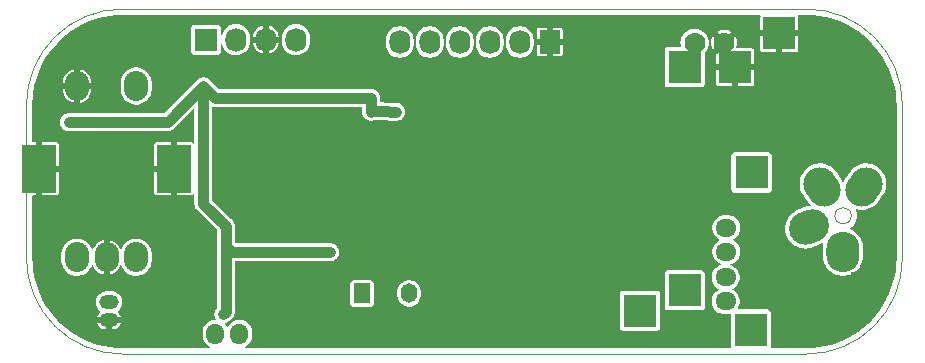
<source format=gbr>
%TF.GenerationSoftware,KiCad,Pcbnew,8.99.0-unknown*%
%TF.CreationDate,2024-06-21T10:07:37-04:00*%
%TF.ProjectId,solderingStationPCB,736f6c64-6572-4696-9e67-53746174696f,rev?*%
%TF.SameCoordinates,PX33f2570PY4a915b0*%
%TF.FileFunction,Copper,L2,Bot*%
%TF.FilePolarity,Positive*%
%FSLAX46Y46*%
G04 Gerber Fmt 4.6, Leading zero omitted, Abs format (unit mm)*
G04 Created by KiCad (PCBNEW 8.99.0-unknown) date 2024-06-21 10:07:37*
%MOMM*%
%LPD*%
G01*
G04 APERTURE LIST*
G04 Aperture macros list*
%AMHorizOval*
0 Thick line with rounded ends*
0 $1 width*
0 $2 $3 position (X,Y) of the first rounded end (center of the circle)*
0 $4 $5 position (X,Y) of the second rounded end (center of the circle)*
0 Add line between two ends*
20,1,$1,$2,$3,$4,$5,0*
0 Add two circle primitives to create the rounded ends*
1,1,$1,$2,$3*
1,1,$1,$4,$5*%
G04 Aperture macros list end*
%TA.AperFunction,ComponentPad*%
%ADD10R,1.778000X2.032000*%
%TD*%
%TA.AperFunction,ComponentPad*%
%ADD11O,1.778000X2.032000*%
%TD*%
%TA.AperFunction,ComponentPad*%
%ADD12O,1.524000X1.778000*%
%TD*%
%TA.AperFunction,ComponentPad*%
%ADD13C,1.778000*%
%TD*%
%TA.AperFunction,ComponentPad*%
%ADD14O,1.651000X1.244600*%
%TD*%
%TA.AperFunction,ComponentPad*%
%ADD15R,2.794000X2.794000*%
%TD*%
%TA.AperFunction,ComponentPad*%
%ADD16R,1.371600X1.651000*%
%TD*%
%TA.AperFunction,ComponentPad*%
%ADD17O,1.371600X1.651000*%
%TD*%
%TA.AperFunction,ComponentPad*%
%ADD18O,1.778000X1.524000*%
%TD*%
%TA.AperFunction,ComponentPad*%
%ADD19R,1.905000X1.905000*%
%TD*%
%TA.AperFunction,ComponentPad*%
%ADD20HorizOval,2.794000X-0.182111X0.260081X0.182111X-0.260081X0*%
%TD*%
%TA.AperFunction,ComponentPad*%
%ADD21HorizOval,2.794000X0.298352X0.108591X-0.298352X-0.108591X0*%
%TD*%
%TA.AperFunction,ComponentPad*%
%ADD22O,2.794000X3.429000*%
%TD*%
%TA.AperFunction,ComponentPad*%
%ADD23HorizOval,2.794000X-0.298352X0.108591X0.298352X-0.108591X0*%
%TD*%
%TA.AperFunction,ComponentPad*%
%ADD24HorizOval,2.794000X-0.182111X-0.260081X0.182111X0.260081X0*%
%TD*%
%TA.AperFunction,ComponentPad*%
%ADD25O,2.032000X2.540000*%
%TD*%
%TA.AperFunction,ComponentPad*%
%ADD26R,2.921000X4.064000*%
%TD*%
%TA.AperFunction,ViaPad*%
%ADD27C,0.600000*%
%TD*%
%TA.AperFunction,Conductor*%
%ADD28C,0.889000*%
%TD*%
%TA.AperFunction,Profile*%
%ADD29C,0.050000*%
%TD*%
G04 APERTURE END LIST*
D10*
%TO.P,J1,1,Pin_1*%
%TO.N,GND*%
X44326121Y-2786300D03*
D11*
%TO.P,J1,2,Pin_2*%
%TO.N,3V3*%
X41786121Y-2786300D03*
%TO.P,J1,3,Pin_3*%
%TO.N,OLED_SCL*%
X39246121Y-2786300D03*
%TO.P,J1,4,Pin_4*%
%TO.N,OLED_SDA*%
X36706121Y-2786300D03*
%TO.P,J1,5,Pin_5*%
%TO.N,OLED_RST*%
X34166121Y-2786300D03*
%TO.P,J1,6,Pin_6*%
%TO.N,OLED_D{slash}C*%
X31626121Y-2786300D03*
%TD*%
D12*
%TO.P,JP1,1,A*%
%TO.N,Net-(JP1-A)*%
X16034000Y-27500000D03*
%TO.P,JP1,2,B*%
%TO.N,Net-(JP1-B)*%
X18066001Y-27500000D03*
%TD*%
D13*
%TO.P,J4,1,1*%
%TO.N,GND*%
X59100000Y-2850000D03*
%TO.P,J4,2,2*%
%TO.N,V24in*%
X56600000Y-2850000D03*
%TD*%
D14*
%TO.P,J6,1,1*%
%TO.N,GND*%
X7020300Y-26317801D03*
%TO.P,J6,2,2*%
%TO.N,Net-(D4-A)*%
X7020300Y-24817799D03*
%TD*%
D15*
%TO.P,J5,1,Pin_1*%
%TO.N,Earth*%
X61350000Y-27125000D03*
%TD*%
%TO.P,J7,1,Pin_1*%
%TO.N,V24in*%
X55775000Y-4900000D03*
%TD*%
%TO.P,J13,1,Pin_1*%
%TO.N,Net-(J13-Pin_1)*%
X55775000Y-23800000D03*
%TD*%
%TO.P,J11,1,Pin_1*%
%TO.N,GND*%
X63775000Y-2050000D03*
%TD*%
D16*
%TO.P,LS1,1,1*%
%TO.N,3V3*%
X28425200Y-24068300D03*
D17*
%TO.P,LS1,2,2*%
%TO.N,Net-(U3-PA1)*%
X32425200Y-24068300D03*
%TD*%
D18*
%TO.P,JP2,1,A*%
%TO.N,/T12+*%
X59275000Y-18499999D03*
%TO.P,JP2,2,B*%
%TO.N,Net-(J13-Pin_1)*%
X59275000Y-20532000D03*
%TD*%
%TO.P,JP4,1,A*%
%TO.N,Net-(J8-P2)*%
X59225000Y-22709000D03*
%TO.P,JP4,2,B*%
%TO.N,Net-(JP1-B)*%
X59225000Y-24741001D03*
%TD*%
D15*
%TO.P,J9,1,Pin_1*%
%TO.N,Net-(J8-P1)*%
X51975000Y-25550000D03*
%TD*%
%TO.P,J10,1,Pin_1*%
%TO.N,GND*%
X60050000Y-4925000D03*
%TD*%
D19*
%TO.P,J2,1,Pin_1*%
%TO.N,SWD_CLK*%
X15215000Y-2585000D03*
D11*
%TO.P,J2,2,Pin_2*%
%TO.N,SWDIO*%
X17755000Y-2585000D03*
%TO.P,J2,3,Pin_3*%
%TO.N,GND*%
X20295000Y-2585000D03*
%TO.P,J2,4,Pin_4*%
%TO.N,3V3*%
X22835000Y-2585000D03*
%TD*%
D15*
%TO.P,J3,1,Pin_1*%
%TO.N,/T12+*%
X61425000Y-13825000D03*
%TD*%
D20*
%TO.P,J8,1,P1*%
%TO.N,Net-(J8-P1)*%
X67380770Y-15024068D03*
D21*
%TO.P,J8,2,P2*%
%TO.N,Net-(J8-P2)*%
X66272074Y-18453749D03*
D22*
%TO.P,J8,3,P3*%
%TO.N,Earth*%
X69165121Y-20543100D03*
D23*
%TO.P,J8,4,P3*%
%TO.N,GND*%
X72058168Y-18453749D03*
D24*
%TO.P,J8,5,P5*%
%TO.N,/T12+*%
X70949472Y-15024068D03*
%TD*%
D25*
%TO.P,SW1,1,1*%
%TO.N,ENC_PB*%
X9314400Y-6504000D03*
%TO.P,SW1,2,2*%
%TO.N,GND*%
X4314400Y-6504000D03*
%TO.P,SW1,3,A*%
%TO.N,ENC_B*%
X9314400Y-21003996D03*
%TO.P,SW1,4,B*%
%TO.N,GND*%
X6814400Y-21003996D03*
%TO.P,SW1,5,C*%
%TO.N,ENC_A*%
X4314400Y-21003996D03*
D26*
%TO.P,SW1,6,GND*%
%TO.N,GND*%
X12514401Y-13503999D03*
%TO.P,SW1,7,GND*%
X1114399Y-13503999D03*
%TD*%
D27*
%TO.N,GND*%
X61275000Y-2425000D03*
X38476000Y-11096000D03*
X2120000Y-10430000D03*
X39892000Y-16260000D03*
X9955000Y-13810000D03*
X11155000Y-5910000D03*
X38476000Y-10080000D03*
X32578750Y-6110000D03*
X32700000Y-14144000D03*
X24360000Y-14820000D03*
X70195000Y-11010000D03*
X37460000Y-10080000D03*
X27400000Y-12125000D03*
X34812000Y-16260000D03*
X25125000Y-2300000D03*
X38876000Y-16260000D03*
X31152500Y-6085000D03*
X35828000Y-16260000D03*
X13100000Y-5875000D03*
X33396000Y-10080000D03*
X37975000Y-6625000D03*
X36444000Y-10080000D03*
X46000000Y-2900000D03*
X3280000Y-3710000D03*
X21175000Y-4850000D03*
X38505000Y-23160000D03*
X25800000Y-22475000D03*
X10900000Y-16460000D03*
X34055000Y-23835000D03*
X72645000Y-22550000D03*
X48200000Y-22925000D03*
X41450000Y-6775000D03*
X70195000Y-5930000D03*
X23090000Y-12280000D03*
X4420000Y-8410000D03*
X38476000Y-15200000D03*
X33396000Y-12112000D03*
X37460000Y-14144000D03*
X31675000Y-14144000D03*
X5525000Y-15525000D03*
X52675000Y-18250000D03*
X34412000Y-10080000D03*
X54705000Y-825000D03*
X40561000Y-25075000D03*
X1910000Y-6220000D03*
X38476000Y-13128000D03*
X44575000Y-28300000D03*
X24360000Y-13550000D03*
X42593000Y-25075000D03*
X40908000Y-16260000D03*
X55000000Y-12450000D03*
X72735000Y-5930000D03*
X24360000Y-11010000D03*
X25075000Y-3825000D03*
X70105000Y-22550000D03*
X38476000Y-14144000D03*
X62575000Y-5930000D03*
X34005000Y-6110000D03*
X5080000Y-26935000D03*
X11005000Y-3385000D03*
X16805000Y-9260000D03*
X33396000Y-13128000D03*
X40125000Y-8025000D03*
X32380000Y-10080000D03*
X49575000Y-25375000D03*
X19400000Y-6450000D03*
X7655000Y-18960000D03*
X6630000Y-6260000D03*
X70105000Y-25090000D03*
X7280000Y-3710000D03*
X63500000Y-21000000D03*
X39975000Y-5600000D03*
X70195000Y-8470000D03*
X32700000Y-15200000D03*
X24360000Y-12280000D03*
X7950000Y-15525000D03*
X5525000Y-16950000D03*
X21820000Y-12280000D03*
X35428000Y-10080000D03*
X15680000Y-23985000D03*
X17420000Y-6440000D03*
X37860000Y-16260000D03*
X33796000Y-16260000D03*
X6130000Y-14185000D03*
X67565000Y-25090000D03*
X26380000Y-8810000D03*
X19280000Y-13550000D03*
X21820000Y-11010000D03*
X50130000Y-1060000D03*
X9905000Y-27860000D03*
X2255000Y-23060000D03*
X20550000Y-16090000D03*
X21250000Y-6400000D03*
X37460000Y-11096000D03*
X23090000Y-16090000D03*
X1350000Y-8380000D03*
X67655000Y-5930000D03*
X40025000Y-13550000D03*
X35855000Y-19510000D03*
X31155000Y-7135000D03*
X20550000Y-13550000D03*
X64100000Y-23500000D03*
X32780000Y-16260000D03*
X31880000Y-22085000D03*
X5100000Y-24150000D03*
X13105000Y-1385000D03*
X47150000Y-25375000D03*
X33880000Y-17735000D03*
X21820000Y-16090000D03*
X33396000Y-11096000D03*
X21820000Y-14820000D03*
X21820000Y-13550000D03*
X30330000Y-20410000D03*
X67655000Y-8470000D03*
X38888000Y-17140000D03*
X67655000Y-3390000D03*
X20550000Y-12280000D03*
X12980000Y-4585000D03*
X37460000Y-13128000D03*
X2500000Y-16390000D03*
X20550000Y-14820000D03*
X46000000Y-1000000D03*
X13555000Y-16835000D03*
X58100000Y-800000D03*
X34275000Y-21400000D03*
X36444000Y-11096000D03*
X32380000Y-11096000D03*
X19280000Y-16090000D03*
X32380000Y-13128000D03*
X23250000Y-24100000D03*
X62500000Y-21900000D03*
X35675000Y-22125000D03*
X18080000Y-24085000D03*
X36844000Y-16260000D03*
X37460000Y-15200000D03*
X28300000Y-6100000D03*
X24075000Y-4850000D03*
X27605000Y-17635000D03*
X44380000Y-16385000D03*
X22525000Y-5675000D03*
X40920000Y-17140000D03*
X23090000Y-14820000D03*
X11005000Y-7735000D03*
X19280000Y-11010000D03*
X48375000Y-28300000D03*
X44500000Y-4900000D03*
X34412000Y-12112000D03*
X30875000Y-13325000D03*
X35428000Y-11096000D03*
X32380000Y-12112000D03*
X31055000Y-25135000D03*
X65025000Y-22550000D03*
X1755000Y-20385000D03*
X36000000Y-6600000D03*
X11080000Y-22710000D03*
X44375000Y-15400000D03*
X15180000Y-26010000D03*
X25825000Y-24225000D03*
X49350000Y-12600000D03*
X29675000Y-13300000D03*
X44625000Y-25075000D03*
X62875000Y-24575000D03*
X39904000Y-17140000D03*
X6000000Y-18950000D03*
X29726250Y-6085000D03*
X61275000Y-800000D03*
X19280000Y-14820000D03*
X29030000Y-19060000D03*
X20550000Y-11010000D03*
X21155000Y-24035000D03*
X40775000Y-28300000D03*
X23005000Y-21735000D03*
X24360000Y-16090000D03*
X23090000Y-11010000D03*
X61350000Y-22950000D03*
X58550000Y-27350000D03*
X12680000Y-25885000D03*
X9605000Y-1360000D03*
X55975000Y-28300000D03*
X72735000Y-8470000D03*
X35955000Y-17735000D03*
X7905000Y-23110000D03*
X29580000Y-11150000D03*
X46650000Y-15400000D03*
X65115000Y-5930000D03*
X46655000Y-16385000D03*
X38476000Y-12112000D03*
X65025000Y-27630000D03*
X41800000Y-4500000D03*
X52175000Y-28300000D03*
X34230000Y-19535000D03*
X19280000Y-12280000D03*
X53025000Y-22700000D03*
X7950000Y-16950000D03*
X16275000Y-13550000D03*
X35428000Y-12112000D03*
X36444000Y-13128000D03*
X34412000Y-11096000D03*
X57000000Y-18225000D03*
X31675000Y-15200000D03*
X36444000Y-12112000D03*
X12855000Y-20685000D03*
X34412000Y-13128000D03*
X35428000Y-13128000D03*
X37460000Y-12112000D03*
X72735000Y-11010000D03*
X5930000Y-1910000D03*
X49575000Y-23875000D03*
X18055000Y-17610000D03*
X15655000Y-20760000D03*
X46000000Y-4500000D03*
X70195000Y-3390000D03*
X67565000Y-27630000D03*
X23090000Y-13550000D03*
X13705000Y-22560000D03*
%TO.N,3V3*%
X3605000Y-9560000D03*
X29270000Y-8630000D03*
X30250000Y-8650000D03*
X16880000Y-18410000D03*
X16680000Y-25835000D03*
X15005000Y-6535000D03*
X25730000Y-20585000D03*
X29205000Y-7510000D03*
X31210000Y-8690000D03*
%TD*%
D28*
%TO.N,3V3*%
X29220000Y-8690000D02*
X29270000Y-8630000D01*
X15005000Y-6535000D02*
X15005000Y-16460000D01*
X16905000Y-18360000D02*
X16905000Y-18385000D01*
X25730000Y-20585000D02*
X17430000Y-20585000D01*
X16905000Y-18435000D02*
X16905000Y-20060000D01*
X29205000Y-7510000D02*
X29205000Y-8625000D01*
X31210000Y-8690000D02*
X31350000Y-8690000D01*
X29180000Y-8650000D02*
X29220000Y-8690000D01*
X16905000Y-18385000D02*
X16880000Y-18410000D01*
X11980000Y-9560000D02*
X3605000Y-9560000D01*
X16905000Y-20060000D02*
X16905000Y-25610000D01*
X15980000Y-7510000D02*
X15005000Y-6535000D01*
X16880000Y-18410000D02*
X16905000Y-18435000D01*
X16905000Y-25610000D02*
X16680000Y-25835000D01*
X29205000Y-7510000D02*
X15980000Y-7510000D01*
X17430000Y-20585000D02*
X16905000Y-20060000D01*
X29270000Y-8630000D02*
X30250000Y-8650000D01*
X15005000Y-16460000D02*
X16905000Y-18360000D01*
X15005000Y-6535000D02*
X11980000Y-9560000D01*
X29205000Y-8625000D02*
X29180000Y-8650000D01*
X30250000Y-8650000D02*
X31210000Y-8690000D01*
%TD*%
%TA.AperFunction,Conductor*%
%TO.N,GND*%
G36*
X62170762Y-511106D02*
G01*
X62189068Y-555300D01*
X62186657Y-567451D01*
X62187791Y-567677D01*
X62174800Y-632985D01*
X62174800Y-1800000D01*
X63191235Y-1800000D01*
X63164403Y-1864777D01*
X63140000Y-1987458D01*
X63140000Y-2112542D01*
X63164403Y-2235223D01*
X63191235Y-2300000D01*
X62174800Y-2300000D01*
X62174800Y-3467014D01*
X62186589Y-3526284D01*
X62186590Y-3526286D01*
X62231501Y-3593498D01*
X62298713Y-3638409D01*
X62298715Y-3638410D01*
X62357985Y-3650199D01*
X62357986Y-3650200D01*
X63525000Y-3650200D01*
X63525000Y-2633765D01*
X63589777Y-2660597D01*
X63712458Y-2685000D01*
X63837542Y-2685000D01*
X63960223Y-2660597D01*
X64025000Y-2633765D01*
X64025000Y-3650200D01*
X65192014Y-3650200D01*
X65192014Y-3650199D01*
X65251284Y-3638410D01*
X65251286Y-3638409D01*
X65318498Y-3593498D01*
X65363409Y-3526286D01*
X65363410Y-3526284D01*
X65375199Y-3467014D01*
X65375200Y-3467014D01*
X65375200Y-2300000D01*
X64358765Y-2300000D01*
X64385597Y-2235223D01*
X64410000Y-2112542D01*
X64410000Y-1987458D01*
X64385597Y-1864777D01*
X64358765Y-1800000D01*
X65375200Y-1800000D01*
X65375200Y-632986D01*
X65375199Y-632985D01*
X65362209Y-567677D01*
X65365677Y-566986D01*
X65365713Y-531325D01*
X65399572Y-497534D01*
X65423432Y-492800D01*
X66002628Y-492800D01*
X66067440Y-492800D01*
X66069573Y-492835D01*
X66586926Y-510510D01*
X66591160Y-510801D01*
X67105015Y-563627D01*
X67109218Y-564205D01*
X67618291Y-651980D01*
X67622429Y-652839D01*
X68124321Y-775148D01*
X68128413Y-776294D01*
X68620789Y-932569D01*
X68624794Y-933992D01*
X69053118Y-1102903D01*
X69105330Y-1123493D01*
X69109244Y-1125193D01*
X69400483Y-1263701D01*
X69575726Y-1347043D01*
X69579511Y-1349004D01*
X69988360Y-1578889D01*
X70029785Y-1602181D01*
X70033431Y-1604399D01*
X70465349Y-1887695D01*
X70468836Y-1890156D01*
X70880431Y-2202279D01*
X70883741Y-2204972D01*
X71273073Y-2544453D01*
X71276192Y-2547366D01*
X71641447Y-2912622D01*
X71644360Y-2915741D01*
X71983848Y-3305084D01*
X71986523Y-3308370D01*
X72151771Y-3526284D01*
X72298654Y-3719979D01*
X72301115Y-3723466D01*
X72584411Y-4155385D01*
X72586629Y-4159031D01*
X72839802Y-4609301D01*
X72841765Y-4613090D01*
X73063616Y-5079577D01*
X73065316Y-5083492D01*
X73254808Y-5564011D01*
X73256238Y-5568032D01*
X73412508Y-6060397D01*
X73413659Y-6064506D01*
X73535959Y-6566372D01*
X73536827Y-6570551D01*
X73624594Y-7079587D01*
X73625175Y-7083814D01*
X73677999Y-7597647D01*
X73678291Y-7601905D01*
X73683891Y-7765824D01*
X73694599Y-8079300D01*
X73695985Y-8119848D01*
X73696021Y-8121982D01*
X73696021Y-21073219D01*
X73695985Y-21075353D01*
X73678312Y-21592696D01*
X73678020Y-21596954D01*
X73625196Y-22110788D01*
X73624615Y-22115015D01*
X73536848Y-22624052D01*
X73535980Y-22628231D01*
X73413679Y-23130098D01*
X73412528Y-23134207D01*
X73256257Y-23626574D01*
X73254827Y-23630595D01*
X73065336Y-24111115D01*
X73063636Y-24115030D01*
X72841784Y-24581518D01*
X72839821Y-24585307D01*
X72586647Y-25035579D01*
X72584429Y-25039225D01*
X72301132Y-25471145D01*
X72298671Y-25474632D01*
X71986549Y-25886230D01*
X71983856Y-25889540D01*
X71644375Y-26278873D01*
X71641462Y-26281992D01*
X71276206Y-26647249D01*
X71273087Y-26650162D01*
X70883754Y-26989643D01*
X70880444Y-26992336D01*
X70468848Y-27304460D01*
X70465361Y-27306921D01*
X70033441Y-27590218D01*
X70029795Y-27592436D01*
X69579525Y-27845612D01*
X69575736Y-27847575D01*
X69109247Y-28069428D01*
X69105333Y-28071128D01*
X68743153Y-28213954D01*
X68624807Y-28260624D01*
X68620793Y-28262052D01*
X68128426Y-28418322D01*
X68124317Y-28419473D01*
X67622450Y-28541776D01*
X67618272Y-28542644D01*
X67109236Y-28630412D01*
X67105008Y-28630993D01*
X66591173Y-28683818D01*
X66586915Y-28684110D01*
X66070189Y-28701764D01*
X66068055Y-28701800D01*
X63097264Y-28701800D01*
X63053070Y-28683494D01*
X63034764Y-28639300D01*
X63040089Y-28614055D01*
X63049338Y-28593109D01*
X63052300Y-28567579D01*
X63052299Y-25682422D01*
X63049338Y-25656891D01*
X63003234Y-25552475D01*
X62922525Y-25471766D01*
X62818109Y-25425662D01*
X62818107Y-25425661D01*
X62792579Y-25422700D01*
X60297063Y-25422700D01*
X60252869Y-25404394D01*
X60234563Y-25360200D01*
X60245096Y-25325477D01*
X60250274Y-25317728D01*
X60297829Y-25246557D01*
X60378284Y-25052321D01*
X60419300Y-24846121D01*
X60419300Y-24635881D01*
X60378284Y-24429681D01*
X60297829Y-24235445D01*
X60181026Y-24060637D01*
X60032364Y-23911975D01*
X60009604Y-23896767D01*
X59857559Y-23795173D01*
X59827547Y-23782742D01*
X59793723Y-23748917D01*
X59793724Y-23701081D01*
X59827547Y-23667258D01*
X59857556Y-23654829D01*
X60032364Y-23538026D01*
X60181026Y-23389364D01*
X60297829Y-23214556D01*
X60378284Y-23020320D01*
X60419300Y-22814120D01*
X60419300Y-22603880D01*
X60378284Y-22397680D01*
X60297829Y-22203444D01*
X60181026Y-22028636D01*
X60032364Y-21879974D01*
X59925212Y-21808377D01*
X59857558Y-21763172D01*
X59857556Y-21763171D01*
X59666944Y-21684217D01*
X59633120Y-21650393D01*
X59633120Y-21602557D01*
X59666944Y-21568733D01*
X59678666Y-21565177D01*
X59713320Y-21558284D01*
X59907556Y-21477829D01*
X60082364Y-21361026D01*
X60231026Y-21212364D01*
X60347829Y-21037556D01*
X60428284Y-20843320D01*
X60469300Y-20637120D01*
X60469300Y-20426880D01*
X60428284Y-20220680D01*
X60347829Y-20026444D01*
X60231026Y-19851636D01*
X60082364Y-19702974D01*
X60082363Y-19702973D01*
X59907559Y-19586172D01*
X59877547Y-19573741D01*
X59843723Y-19539916D01*
X59843724Y-19492080D01*
X59877547Y-19458257D01*
X59907556Y-19445828D01*
X60082364Y-19329025D01*
X60231026Y-19180363D01*
X60347829Y-19005555D01*
X60428284Y-18811319D01*
X60469300Y-18605119D01*
X60469300Y-18599552D01*
X64268175Y-18599552D01*
X64287621Y-18821842D01*
X64287624Y-18821862D01*
X64335919Y-19039705D01*
X64335922Y-19039715D01*
X64412243Y-19249405D01*
X64412245Y-19249409D01*
X64515276Y-19447333D01*
X64515279Y-19447338D01*
X64515282Y-19447342D01*
X64643275Y-19630135D01*
X64643277Y-19630137D01*
X64794026Y-19794652D01*
X64794037Y-19794663D01*
X64842348Y-19835200D01*
X64964975Y-19938096D01*
X65153177Y-20057994D01*
X65355418Y-20152301D01*
X65355420Y-20152301D01*
X65355421Y-20152302D01*
X65568232Y-20219402D01*
X65568239Y-20219404D01*
X65627413Y-20229838D01*
X65787999Y-20258154D01*
X66010935Y-20267887D01*
X66233236Y-20248439D01*
X66364211Y-20219402D01*
X66451087Y-20200142D01*
X66451091Y-20200140D01*
X66451095Y-20200140D01*
X67257492Y-19906636D01*
X67400744Y-19832063D01*
X67448397Y-19827895D01*
X67485041Y-19858643D01*
X67491568Y-19895659D01*
X67462821Y-20114018D01*
X67462821Y-20972179D01*
X67491947Y-21193418D01*
X67491947Y-21193419D01*
X67549697Y-21408944D01*
X67549701Y-21408955D01*
X67549703Y-21408961D01*
X67578229Y-21477829D01*
X67635096Y-21615120D01*
X67635097Y-21615123D01*
X67720573Y-21763171D01*
X67746673Y-21808377D01*
X67882518Y-21985413D01*
X68040308Y-22143203D01*
X68217344Y-22279048D01*
X68410597Y-22390623D01*
X68616760Y-22476018D01*
X68616768Y-22476020D01*
X68616776Y-22476023D01*
X68832301Y-22533773D01*
X68832303Y-22533773D01*
X68832306Y-22533774D01*
X69053546Y-22562900D01*
X69053552Y-22562900D01*
X69276690Y-22562900D01*
X69276696Y-22562900D01*
X69497936Y-22533774D01*
X69497940Y-22533773D01*
X69713465Y-22476023D01*
X69713469Y-22476021D01*
X69713482Y-22476018D01*
X69919645Y-22390623D01*
X70112898Y-22279048D01*
X70289934Y-22143203D01*
X70447724Y-21985413D01*
X70583569Y-21808377D01*
X70695144Y-21615124D01*
X70780539Y-21408961D01*
X70780587Y-21408785D01*
X70838294Y-21193419D01*
X70838294Y-21193418D01*
X70838295Y-21193415D01*
X70867421Y-20972175D01*
X70867421Y-20114025D01*
X70838295Y-19892785D01*
X70837342Y-19889227D01*
X70780544Y-19677255D01*
X70780540Y-19677244D01*
X70780539Y-19677239D01*
X70695144Y-19471076D01*
X70583569Y-19277823D01*
X70447724Y-19100787D01*
X70289934Y-18942997D01*
X70112898Y-18807152D01*
X69956997Y-18717142D01*
X69919644Y-18695576D01*
X69919641Y-18695575D01*
X69782403Y-18638730D01*
X69748578Y-18604905D01*
X69748577Y-18557070D01*
X69773416Y-18527849D01*
X69892976Y-18453822D01*
X70057189Y-18304122D01*
X70191099Y-18126796D01*
X70290145Y-17927884D01*
X70350955Y-17714160D01*
X70350956Y-17714152D01*
X70371458Y-17492904D01*
X70371458Y-17492895D01*
X70350956Y-17271647D01*
X70350954Y-17271636D01*
X70341115Y-17237057D01*
X70290145Y-17057916D01*
X70272427Y-17022335D01*
X70269116Y-16974615D01*
X70300517Y-16938529D01*
X70341903Y-16933459D01*
X70507839Y-16970246D01*
X70507844Y-16970247D01*
X70730145Y-16989696D01*
X70953082Y-16979962D01*
X71172840Y-16941213D01*
X71172847Y-16941211D01*
X71233938Y-16921949D01*
X71385662Y-16874111D01*
X71385664Y-16874110D01*
X71587894Y-16779810D01*
X71587902Y-16779806D01*
X71587904Y-16779805D01*
X71776106Y-16659907D01*
X71947049Y-16516469D01*
X72097806Y-16351946D01*
X72590022Y-15648990D01*
X72693061Y-15451055D01*
X72769383Y-15241363D01*
X72817681Y-15023504D01*
X72837130Y-14801203D01*
X72827396Y-14578266D01*
X72788647Y-14358508D01*
X72788647Y-14358507D01*
X72788645Y-14358500D01*
X72749339Y-14233840D01*
X72721545Y-14145686D01*
X72721544Y-14145683D01*
X72627244Y-13943453D01*
X72627240Y-13943445D01*
X72507342Y-13755244D01*
X72507341Y-13755242D01*
X72441734Y-13677055D01*
X72363908Y-13584304D01*
X72363897Y-13584293D01*
X72199382Y-13433544D01*
X72199383Y-13433544D01*
X72016591Y-13305551D01*
X72016592Y-13305551D01*
X72016587Y-13305548D01*
X71945082Y-13268325D01*
X71818654Y-13202510D01*
X71818650Y-13202508D01*
X71608961Y-13126187D01*
X71608951Y-13126184D01*
X71391108Y-13077889D01*
X71391087Y-13077886D01*
X71168803Y-13058439D01*
X71031996Y-13064413D01*
X70945862Y-13068174D01*
X70945858Y-13068174D01*
X70945851Y-13068175D01*
X70726103Y-13106922D01*
X70726096Y-13106924D01*
X70513280Y-13174025D01*
X70513279Y-13174025D01*
X70311049Y-13268325D01*
X70311041Y-13268329D01*
X70122840Y-13388227D01*
X69951900Y-13531661D01*
X69951889Y-13531672D01*
X69801140Y-13696187D01*
X69308925Y-14399139D01*
X69220559Y-14568888D01*
X69183915Y-14599635D01*
X69136261Y-14595466D01*
X69109683Y-14568888D01*
X69021316Y-14399139D01*
X68735890Y-13991510D01*
X68529104Y-13696190D01*
X68378347Y-13531667D01*
X68378341Y-13531661D01*
X68226256Y-13404048D01*
X68207404Y-13388229D01*
X68077626Y-13305551D01*
X68019200Y-13268329D01*
X68019192Y-13268325D01*
X67816962Y-13174025D01*
X67604145Y-13106924D01*
X67604138Y-13106922D01*
X67384390Y-13068175D01*
X67384384Y-13068174D01*
X67384380Y-13068174D01*
X67161443Y-13058440D01*
X66939150Y-13077887D01*
X66721279Y-13126187D01*
X66511593Y-13202508D01*
X66511586Y-13202511D01*
X66313649Y-13305551D01*
X66130859Y-13433544D01*
X65966344Y-13584293D01*
X65966333Y-13584304D01*
X65822899Y-13755244D01*
X65703001Y-13943445D01*
X65702997Y-13943453D01*
X65608697Y-14145683D01*
X65608697Y-14145684D01*
X65541596Y-14358500D01*
X65541594Y-14358507D01*
X65502847Y-14578255D01*
X65502846Y-14578262D01*
X65502846Y-14578266D01*
X65497135Y-14709073D01*
X65493112Y-14801202D01*
X65512559Y-15023495D01*
X65560859Y-15241366D01*
X65637180Y-15451052D01*
X65637183Y-15451059D01*
X65740223Y-15648996D01*
X65961687Y-15965277D01*
X66232436Y-16351946D01*
X66232438Y-16351948D01*
X66383187Y-16516463D01*
X66383190Y-16516465D01*
X66383193Y-16516469D01*
X66383198Y-16516473D01*
X66414667Y-16542879D01*
X66436755Y-16585309D01*
X66422371Y-16630931D01*
X66379941Y-16653019D01*
X66310913Y-16659058D01*
X66093060Y-16707355D01*
X66093049Y-16707358D01*
X65286656Y-17000862D01*
X65286652Y-17000863D01*
X65088728Y-17103894D01*
X65088723Y-17103897D01*
X64905924Y-17231895D01*
X64741409Y-17382644D01*
X64741398Y-17382655D01*
X64597964Y-17553595D01*
X64478070Y-17741791D01*
X64478069Y-17741792D01*
X64383759Y-17944039D01*
X64316659Y-18156850D01*
X64316657Y-18156857D01*
X64277909Y-18376606D01*
X64277908Y-18376613D01*
X64277908Y-18376617D01*
X64271353Y-18526756D01*
X64268175Y-18599552D01*
X60469300Y-18599552D01*
X60469300Y-18394879D01*
X60428284Y-18188679D01*
X60347829Y-17994443D01*
X60231026Y-17819635D01*
X60082364Y-17670973D01*
X59944431Y-17578809D01*
X59907558Y-17554171D01*
X59907556Y-17554170D01*
X59713318Y-17473714D01*
X59507120Y-17432699D01*
X59042880Y-17432699D01*
X58836681Y-17473714D01*
X58836680Y-17473714D01*
X58642443Y-17554170D01*
X58642441Y-17554171D01*
X58467636Y-17670972D01*
X58318973Y-17819635D01*
X58202172Y-17994440D01*
X58202171Y-17994442D01*
X58121715Y-18188679D01*
X58121715Y-18188680D01*
X58080700Y-18394878D01*
X58080700Y-18605119D01*
X58121715Y-18811317D01*
X58121715Y-18811318D01*
X58202171Y-19005555D01*
X58202172Y-19005557D01*
X58318973Y-19180362D01*
X58467636Y-19329025D01*
X58642442Y-19445827D01*
X58642444Y-19445828D01*
X58672449Y-19458256D01*
X58706274Y-19492080D01*
X58706275Y-19539916D01*
X58672451Y-19573741D01*
X58642443Y-19586171D01*
X58642442Y-19586172D01*
X58467636Y-19702973D01*
X58318973Y-19851636D01*
X58202172Y-20026441D01*
X58202171Y-20026443D01*
X58121715Y-20220680D01*
X58121715Y-20220681D01*
X58080700Y-20426879D01*
X58080700Y-20637120D01*
X58121715Y-20843318D01*
X58121715Y-20843319D01*
X58202171Y-21037556D01*
X58202172Y-21037558D01*
X58306315Y-21193419D01*
X58318974Y-21212364D01*
X58467636Y-21361026D01*
X58642444Y-21477829D01*
X58833057Y-21556783D01*
X58866879Y-21590606D01*
X58866880Y-21638442D01*
X58833055Y-21672266D01*
X58821331Y-21675823D01*
X58786680Y-21682715D01*
X58592443Y-21763171D01*
X58592441Y-21763172D01*
X58417636Y-21879973D01*
X58268973Y-22028636D01*
X58152172Y-22203441D01*
X58152171Y-22203443D01*
X58071715Y-22397680D01*
X58071715Y-22397681D01*
X58030700Y-22603879D01*
X58030700Y-22814120D01*
X58071715Y-23020318D01*
X58071715Y-23020319D01*
X58152171Y-23214556D01*
X58152172Y-23214558D01*
X58268973Y-23389363D01*
X58417636Y-23538026D01*
X58592442Y-23654828D01*
X58592444Y-23654829D01*
X58622449Y-23667257D01*
X58656274Y-23701081D01*
X58656275Y-23748917D01*
X58622451Y-23782742D01*
X58592443Y-23795172D01*
X58592442Y-23795173D01*
X58417636Y-23911974D01*
X58268973Y-24060637D01*
X58152172Y-24235442D01*
X58152171Y-24235444D01*
X58071715Y-24429681D01*
X58071715Y-24429682D01*
X58030700Y-24635880D01*
X58030700Y-24846121D01*
X58071715Y-25052319D01*
X58071715Y-25052320D01*
X58152171Y-25246557D01*
X58152172Y-25246559D01*
X58268973Y-25421364D01*
X58268974Y-25421365D01*
X58417636Y-25570027D01*
X58592444Y-25686830D01*
X58786680Y-25767285D01*
X58992880Y-25808301D01*
X59457119Y-25808301D01*
X59457120Y-25808301D01*
X59573007Y-25785249D01*
X59619923Y-25794581D01*
X59646499Y-25834354D01*
X59647700Y-25846548D01*
X59647700Y-28567578D01*
X59650662Y-28593109D01*
X59650663Y-28593113D01*
X59659910Y-28614054D01*
X59661016Y-28661877D01*
X59627982Y-28696474D01*
X59602736Y-28701800D01*
X18574401Y-28701800D01*
X18530207Y-28683494D01*
X18511901Y-28639300D01*
X18530207Y-28595106D01*
X18550483Y-28581558D01*
X18571557Y-28572829D01*
X18746365Y-28456026D01*
X18895027Y-28307364D01*
X19011830Y-28132556D01*
X19092285Y-27938320D01*
X19133301Y-27732120D01*
X19133301Y-27267880D01*
X19092285Y-27061680D01*
X19011830Y-26867444D01*
X18895027Y-26692636D01*
X18746365Y-26543974D01*
X18746364Y-26543973D01*
X18571559Y-26427172D01*
X18571557Y-26427171D01*
X18377319Y-26346715D01*
X18171121Y-26305700D01*
X17960881Y-26305700D01*
X17754682Y-26346715D01*
X17754681Y-26346715D01*
X17560444Y-26427171D01*
X17560442Y-26427172D01*
X17385637Y-26543973D01*
X17236974Y-26692636D01*
X17120173Y-26867442D01*
X17120172Y-26867443D01*
X17107742Y-26897451D01*
X17073916Y-26931275D01*
X17026081Y-26931274D01*
X16992257Y-26897449D01*
X16979829Y-26867444D01*
X16979828Y-26867442D01*
X16863026Y-26692636D01*
X16837648Y-26667258D01*
X16819342Y-26623064D01*
X16837648Y-26578870D01*
X16869649Y-26561765D01*
X16898708Y-26555986D01*
X17035163Y-26499465D01*
X17157970Y-26417408D01*
X17487408Y-26087970D01*
X17569465Y-25965164D01*
X17618597Y-25846548D01*
X17625985Y-25828711D01*
X17625985Y-25828710D01*
X17625986Y-25828708D01*
X17654800Y-25683849D01*
X17654800Y-25536151D01*
X17654800Y-23197221D01*
X27434100Y-23197221D01*
X27434100Y-24939378D01*
X27437062Y-24964909D01*
X27437062Y-24964910D01*
X27457419Y-25011014D01*
X27483166Y-25069325D01*
X27563875Y-25150034D01*
X27668291Y-25196138D01*
X27693821Y-25199100D01*
X29156578Y-25199099D01*
X29182109Y-25196138D01*
X29286525Y-25150034D01*
X29367234Y-25069325D01*
X29413338Y-24964909D01*
X29416300Y-24939379D01*
X29416299Y-23830984D01*
X31434100Y-23830984D01*
X31434100Y-24305615D01*
X31472187Y-24497093D01*
X31472189Y-24497101D01*
X31546898Y-24677462D01*
X31546899Y-24677464D01*
X31655361Y-24839789D01*
X31655362Y-24839790D01*
X31793410Y-24977838D01*
X31955738Y-25086302D01*
X32036161Y-25119614D01*
X32136098Y-25161010D01*
X32136102Y-25161011D01*
X32136107Y-25161013D01*
X32327585Y-25199100D01*
X32522815Y-25199100D01*
X32714293Y-25161013D01*
X32714299Y-25161010D01*
X32714301Y-25161010D01*
X32757369Y-25143170D01*
X32894662Y-25086302D01*
X33056990Y-24977838D01*
X33195038Y-24839790D01*
X33303502Y-24677462D01*
X33378213Y-24497093D01*
X33416300Y-24305615D01*
X33416300Y-24107421D01*
X50272700Y-24107421D01*
X50272700Y-26992578D01*
X50275662Y-27018107D01*
X50275662Y-27018109D01*
X50321766Y-27122525D01*
X50402475Y-27203234D01*
X50506891Y-27249338D01*
X50532421Y-27252300D01*
X53417578Y-27252299D01*
X53443109Y-27249338D01*
X53547525Y-27203234D01*
X53628234Y-27122525D01*
X53674338Y-27018109D01*
X53677300Y-26992579D01*
X53677299Y-24107422D01*
X53674338Y-24081891D01*
X53628234Y-23977475D01*
X53547525Y-23896766D01*
X53443109Y-23850662D01*
X53443107Y-23850661D01*
X53420928Y-23848088D01*
X53417579Y-23847700D01*
X53417578Y-23847700D01*
X50532421Y-23847700D01*
X50506890Y-23850662D01*
X50506889Y-23850662D01*
X50402473Y-23896767D01*
X50321767Y-23977473D01*
X50275661Y-24081892D01*
X50272700Y-24107421D01*
X33416300Y-24107421D01*
X33416300Y-23830985D01*
X33378213Y-23639507D01*
X33378211Y-23639502D01*
X33378210Y-23639498D01*
X33336178Y-23538026D01*
X33303502Y-23459138D01*
X33195038Y-23296810D01*
X33056990Y-23158762D01*
X33056989Y-23158761D01*
X32894664Y-23050299D01*
X32894662Y-23050298D01*
X32714301Y-22975589D01*
X32714293Y-22975587D01*
X32522815Y-22937500D01*
X32327585Y-22937500D01*
X32136106Y-22975587D01*
X32136098Y-22975589D01*
X31955737Y-23050298D01*
X31955735Y-23050299D01*
X31793410Y-23158761D01*
X31655361Y-23296810D01*
X31546899Y-23459135D01*
X31546898Y-23459137D01*
X31472189Y-23639498D01*
X31472187Y-23639506D01*
X31434100Y-23830984D01*
X29416299Y-23830984D01*
X29416299Y-23197222D01*
X29413338Y-23171691D01*
X29367234Y-23067275D01*
X29286525Y-22986566D01*
X29182109Y-22940462D01*
X29182107Y-22940461D01*
X29159928Y-22937888D01*
X29156579Y-22937500D01*
X29156578Y-22937500D01*
X27693821Y-22937500D01*
X27668290Y-22940462D01*
X27668289Y-22940462D01*
X27563873Y-22986567D01*
X27483167Y-23067273D01*
X27437061Y-23171692D01*
X27434100Y-23197221D01*
X17654800Y-23197221D01*
X17654800Y-22357421D01*
X54072700Y-22357421D01*
X54072700Y-25242578D01*
X54074395Y-25257184D01*
X54075662Y-25268109D01*
X54121766Y-25372525D01*
X54202475Y-25453234D01*
X54306891Y-25499338D01*
X54332421Y-25502300D01*
X57217578Y-25502299D01*
X57243109Y-25499338D01*
X57347525Y-25453234D01*
X57428234Y-25372525D01*
X57474338Y-25268109D01*
X57477300Y-25242579D01*
X57477299Y-22357422D01*
X57474338Y-22331891D01*
X57428234Y-22227475D01*
X57347525Y-22146766D01*
X57243109Y-22100662D01*
X57243107Y-22100661D01*
X57220928Y-22098088D01*
X57217579Y-22097700D01*
X57217578Y-22097700D01*
X54332421Y-22097700D01*
X54306890Y-22100662D01*
X54306889Y-22100662D01*
X54214681Y-22141376D01*
X54210545Y-22143203D01*
X54202473Y-22146767D01*
X54121767Y-22227473D01*
X54075661Y-22331892D01*
X54072700Y-22357421D01*
X17654800Y-22357421D01*
X17654800Y-21397300D01*
X17673106Y-21353106D01*
X17717300Y-21334800D01*
X25803849Y-21334800D01*
X25948709Y-21305986D01*
X26085164Y-21249464D01*
X26207970Y-21167408D01*
X26312408Y-21062970D01*
X26394464Y-20940164D01*
X26450986Y-20803709D01*
X26479800Y-20658849D01*
X26479800Y-20511151D01*
X26450986Y-20366291D01*
X26399832Y-20242795D01*
X26394465Y-20229838D01*
X26394462Y-20229833D01*
X26312408Y-20107030D01*
X26207969Y-20002591D01*
X26085166Y-19920537D01*
X26085161Y-19920534D01*
X25948710Y-19864014D01*
X25948707Y-19864013D01*
X25803849Y-19835200D01*
X17766466Y-19835200D01*
X17722272Y-19816894D01*
X17673106Y-19767728D01*
X17654800Y-19723534D01*
X17654800Y-18436946D01*
X17654801Y-18436925D01*
X17654801Y-18286151D01*
X17625986Y-18141292D01*
X17610845Y-18104739D01*
X17579820Y-18029837D01*
X17569465Y-18004837D01*
X17562519Y-17994442D01*
X17520817Y-17932030D01*
X17487408Y-17882030D01*
X17380792Y-17775414D01*
X17380781Y-17775404D01*
X15773106Y-16167728D01*
X15754800Y-16123534D01*
X15754800Y-12382421D01*
X59722700Y-12382421D01*
X59722700Y-15267578D01*
X59725662Y-15293107D01*
X59725662Y-15293109D01*
X59771766Y-15397525D01*
X59852475Y-15478234D01*
X59956891Y-15524338D01*
X59982421Y-15527300D01*
X62867578Y-15527299D01*
X62893109Y-15524338D01*
X62997525Y-15478234D01*
X63078234Y-15397525D01*
X63124338Y-15293109D01*
X63127300Y-15267579D01*
X63127299Y-12382422D01*
X63124338Y-12356891D01*
X63078234Y-12252475D01*
X62997525Y-12171766D01*
X62893109Y-12125662D01*
X62893107Y-12125661D01*
X62870928Y-12123088D01*
X62867579Y-12122700D01*
X62867578Y-12122700D01*
X59982421Y-12122700D01*
X59956890Y-12125662D01*
X59956889Y-12125662D01*
X59852473Y-12171767D01*
X59771767Y-12252473D01*
X59725661Y-12356892D01*
X59722700Y-12382421D01*
X15754800Y-12382421D01*
X15754800Y-8305851D01*
X15773106Y-8261657D01*
X15817300Y-8243351D01*
X15829492Y-8244551D01*
X15906151Y-8259800D01*
X28392700Y-8259800D01*
X28436894Y-8278106D01*
X28455200Y-8322300D01*
X28455200Y-8444310D01*
X28453999Y-8456503D01*
X28451058Y-8471292D01*
X28430200Y-8576151D01*
X28430200Y-8723849D01*
X28459014Y-8868708D01*
X28515535Y-9005163D01*
X28515536Y-9005164D01*
X28597591Y-9127969D01*
X28659430Y-9189808D01*
X28663845Y-9194716D01*
X28683254Y-9218732D01*
X28683258Y-9218736D01*
X28711683Y-9242423D01*
X28715866Y-9246243D01*
X28742031Y-9272408D01*
X28767706Y-9289563D01*
X28772994Y-9293516D01*
X28796717Y-9313285D01*
X28796722Y-9313289D01*
X28829224Y-9330977D01*
X28834067Y-9333905D01*
X28864833Y-9354463D01*
X28864837Y-9354465D01*
X28893369Y-9366283D01*
X28899328Y-9369129D01*
X28926453Y-9383891D01*
X28926458Y-9383892D01*
X28926459Y-9383893D01*
X28961777Y-9394896D01*
X28967105Y-9396825D01*
X28990415Y-9406480D01*
X29001292Y-9410986D01*
X29031582Y-9417011D01*
X29037973Y-9418637D01*
X29067465Y-9427826D01*
X29104263Y-9431729D01*
X29109837Y-9432577D01*
X29146152Y-9439801D01*
X29177043Y-9439801D01*
X29183636Y-9440150D01*
X29214337Y-9443407D01*
X29214337Y-9443406D01*
X29214338Y-9443407D01*
X29251177Y-9440057D01*
X29256835Y-9439801D01*
X29293850Y-9439801D01*
X29293850Y-9439800D01*
X29324156Y-9433771D01*
X29330652Y-9432832D01*
X29361429Y-9430035D01*
X29396926Y-9419557D01*
X29402411Y-9418205D01*
X29438708Y-9410986D01*
X29467244Y-9399165D01*
X29473453Y-9396969D01*
X29503085Y-9388224D01*
X29503087Y-9388222D01*
X29504926Y-9387680D01*
X29523890Y-9385137D01*
X30226087Y-9399467D01*
X30227365Y-9399507D01*
X31115882Y-9436528D01*
X31125466Y-9437674D01*
X31136151Y-9439800D01*
X31193087Y-9439800D01*
X31195689Y-9439854D01*
X31252569Y-9442224D01*
X31252569Y-9442223D01*
X31252570Y-9442224D01*
X31263330Y-9440545D01*
X31272960Y-9439800D01*
X31423849Y-9439800D01*
X31568709Y-9410986D01*
X31705164Y-9354464D01*
X31827970Y-9272408D01*
X31932408Y-9167970D01*
X32014464Y-9045164D01*
X32070986Y-8908709D01*
X32099800Y-8763849D01*
X32099800Y-8616151D01*
X32070986Y-8471291D01*
X32014464Y-8334836D01*
X31932408Y-8212030D01*
X31827970Y-8107592D01*
X31785625Y-8079298D01*
X31705166Y-8025537D01*
X31705161Y-8025534D01*
X31568710Y-7969014D01*
X31568707Y-7969013D01*
X31423849Y-7940200D01*
X31226929Y-7940200D01*
X31224327Y-7940146D01*
X30352455Y-7903818D01*
X30341621Y-7902411D01*
X30339132Y-7901863D01*
X30273916Y-7900531D01*
X30272592Y-7900490D01*
X30207428Y-7897775D01*
X30204912Y-7898168D01*
X30194011Y-7898901D01*
X30016025Y-7895268D01*
X29972213Y-7876064D01*
X29954800Y-7832781D01*
X29954800Y-7436151D01*
X29925986Y-7291291D01*
X29869464Y-7154836D01*
X29787408Y-7032030D01*
X29682970Y-6927592D01*
X29682969Y-6927591D01*
X29560166Y-6845537D01*
X29560161Y-6845534D01*
X29423710Y-6789014D01*
X29423707Y-6789013D01*
X29278849Y-6760200D01*
X16316466Y-6760200D01*
X16272272Y-6741894D01*
X15482969Y-5952591D01*
X15360164Y-5870536D01*
X15360163Y-5870535D01*
X15280231Y-5837425D01*
X15223709Y-5814014D01*
X15078849Y-5785200D01*
X14931151Y-5785200D01*
X14786290Y-5814014D01*
X14729769Y-5837425D01*
X14649836Y-5870535D01*
X14649835Y-5870536D01*
X14527030Y-5952591D01*
X14527028Y-5952593D01*
X11687728Y-8791894D01*
X11643534Y-8810200D01*
X3531151Y-8810200D01*
X3386292Y-8839013D01*
X3386289Y-8839014D01*
X3249838Y-8895534D01*
X3249833Y-8895537D01*
X3127030Y-8977591D01*
X3022591Y-9082030D01*
X2940537Y-9204833D01*
X2940534Y-9204838D01*
X2884014Y-9341289D01*
X2884013Y-9341292D01*
X2855200Y-9486150D01*
X2855200Y-9633849D01*
X2884013Y-9778707D01*
X2884014Y-9778710D01*
X2940534Y-9915161D01*
X2940537Y-9915166D01*
X3022591Y-10037969D01*
X3127030Y-10142408D01*
X3249833Y-10224462D01*
X3249838Y-10224465D01*
X3318063Y-10252725D01*
X3386291Y-10280986D01*
X3531151Y-10309800D01*
X12053849Y-10309800D01*
X12198709Y-10280986D01*
X12255230Y-10257574D01*
X12335163Y-10224465D01*
X12457970Y-10142408D01*
X14148506Y-8451872D01*
X14192700Y-8433566D01*
X14236894Y-8451872D01*
X14255200Y-8496066D01*
X14255200Y-11319710D01*
X14236894Y-11363904D01*
X14192700Y-11382210D01*
X14148506Y-11363904D01*
X14140734Y-11354434D01*
X14121400Y-11325500D01*
X14054187Y-11280589D01*
X14054185Y-11280588D01*
X13994915Y-11268799D01*
X12764401Y-11268799D01*
X12764401Y-12257764D01*
X12614352Y-12233999D01*
X12414450Y-12233999D01*
X12264401Y-12257764D01*
X12264401Y-11268799D01*
X11033887Y-11268799D01*
X10974616Y-11280588D01*
X10974614Y-11280589D01*
X10907402Y-11325500D01*
X10862491Y-11392712D01*
X10862490Y-11392714D01*
X10850701Y-11451984D01*
X10850701Y-13253999D01*
X11268167Y-13253999D01*
X11244401Y-13404048D01*
X11244401Y-13603950D01*
X11268167Y-13753999D01*
X10850701Y-13753999D01*
X10850701Y-15556013D01*
X10862490Y-15615283D01*
X10862491Y-15615285D01*
X10907402Y-15682497D01*
X10974614Y-15727408D01*
X10974616Y-15727409D01*
X11033886Y-15739198D01*
X11033887Y-15739199D01*
X12264401Y-15739199D01*
X12264401Y-14750233D01*
X12414450Y-14773999D01*
X12614352Y-14773999D01*
X12764401Y-14750233D01*
X12764401Y-15739199D01*
X13994915Y-15739199D01*
X13994915Y-15739198D01*
X14054185Y-15727409D01*
X14054187Y-15727408D01*
X14121399Y-15682497D01*
X14140733Y-15653564D01*
X14180507Y-15626988D01*
X14227423Y-15636320D01*
X14253999Y-15676094D01*
X14255200Y-15688287D01*
X14255200Y-16533849D01*
X14274510Y-16630931D01*
X14284014Y-16678709D01*
X14295880Y-16707355D01*
X14295881Y-16707358D01*
X14295881Y-16707362D01*
X14340531Y-16815156D01*
X14340535Y-16815164D01*
X14422591Y-16937969D01*
X14422593Y-16937971D01*
X16136894Y-18652271D01*
X16155200Y-18696465D01*
X16155200Y-25273534D01*
X16136894Y-25317728D01*
X16097593Y-25357028D01*
X16097591Y-25357030D01*
X16019013Y-25474632D01*
X16015535Y-25479837D01*
X15959014Y-25616292D01*
X15930200Y-25761151D01*
X15930200Y-25908849D01*
X15959014Y-26053708D01*
X15973205Y-26087969D01*
X16015535Y-26190164D01*
X16027772Y-26208477D01*
X16037104Y-26255393D01*
X16010528Y-26295167D01*
X15975805Y-26305700D01*
X15928880Y-26305700D01*
X15722681Y-26346715D01*
X15722680Y-26346715D01*
X15528443Y-26427171D01*
X15528441Y-26427172D01*
X15353636Y-26543973D01*
X15204973Y-26692636D01*
X15088172Y-26867441D01*
X15088171Y-26867443D01*
X15007715Y-27061680D01*
X15007715Y-27061681D01*
X14966700Y-27267879D01*
X14966700Y-27732120D01*
X15007715Y-27938318D01*
X15007715Y-27938319D01*
X15088171Y-28132556D01*
X15088172Y-28132558D01*
X15174690Y-28262041D01*
X15204974Y-28307364D01*
X15353636Y-28456026D01*
X15528444Y-28572829D01*
X15549518Y-28581558D01*
X15583343Y-28615383D01*
X15583342Y-28663218D01*
X15549517Y-28697043D01*
X15525600Y-28701800D01*
X8157600Y-28701800D01*
X8155466Y-28701764D01*
X7638121Y-28684092D01*
X7633864Y-28683800D01*
X7120032Y-28630978D01*
X7115804Y-28630397D01*
X6606765Y-28542630D01*
X6602586Y-28541762D01*
X6100718Y-28419462D01*
X6096609Y-28418311D01*
X5604242Y-28262041D01*
X5600221Y-28260611D01*
X5119701Y-28071120D01*
X5115786Y-28069420D01*
X4649297Y-27847569D01*
X4645508Y-27845606D01*
X4195236Y-27592432D01*
X4191590Y-27590214D01*
X3759670Y-27306918D01*
X3756183Y-27304457D01*
X3600875Y-27186684D01*
X3344572Y-26992324D01*
X3341286Y-26989650D01*
X2951941Y-26650160D01*
X2948822Y-26647247D01*
X2583565Y-26281991D01*
X2580652Y-26278872D01*
X2241171Y-25889539D01*
X2238478Y-25886229D01*
X1926354Y-25474632D01*
X1923893Y-25471145D01*
X1640596Y-25039225D01*
X1638378Y-25035579D01*
X1464555Y-24726437D01*
X5889500Y-24726437D01*
X5889500Y-24909160D01*
X5925146Y-25088368D01*
X5995070Y-25257179D01*
X5995073Y-25257184D01*
X6096585Y-25409108D01*
X6096586Y-25409109D01*
X6225790Y-25538313D01*
X6284473Y-25577524D01*
X6311049Y-25617296D01*
X6301717Y-25664213D01*
X6292744Y-25674120D01*
X6293046Y-25674422D01*
X6175893Y-25791574D01*
X6175891Y-25791576D01*
X6085553Y-25926776D01*
X6085552Y-25926779D01*
X6027138Y-26067800D01*
X6027139Y-26067801D01*
X6749446Y-26067801D01*
X6725587Y-26091660D01*
X6677099Y-26175643D01*
X6652000Y-26269313D01*
X6652000Y-26366289D01*
X6677099Y-26459959D01*
X6725587Y-26543942D01*
X6749446Y-26567801D01*
X6027138Y-26567801D01*
X6085552Y-26708822D01*
X6085553Y-26708825D01*
X6175891Y-26844025D01*
X6290875Y-26959009D01*
X6426075Y-27049347D01*
X6426078Y-27049348D01*
X6576312Y-27111577D01*
X6735794Y-27143300D01*
X6735795Y-27143301D01*
X6770300Y-27143301D01*
X6770300Y-26588655D01*
X6794159Y-26612514D01*
X6878142Y-26661002D01*
X6971812Y-26686101D01*
X7068788Y-26686101D01*
X7162458Y-26661002D01*
X7246441Y-26612514D01*
X7270300Y-26588655D01*
X7270300Y-27143301D01*
X7304805Y-27143301D01*
X7304805Y-27143300D01*
X7464287Y-27111577D01*
X7464288Y-27111577D01*
X7614521Y-27049348D01*
X7614524Y-27049347D01*
X7749724Y-26959009D01*
X7864708Y-26844025D01*
X7955046Y-26708825D01*
X7955047Y-26708822D01*
X8013461Y-26567801D01*
X7291154Y-26567801D01*
X7315013Y-26543942D01*
X7363501Y-26459959D01*
X7388600Y-26366289D01*
X7388600Y-26269313D01*
X7363501Y-26175643D01*
X7315013Y-26091660D01*
X7291154Y-26067801D01*
X8013461Y-26067801D01*
X8013461Y-26067800D01*
X7955047Y-25926779D01*
X7955046Y-25926776D01*
X7864708Y-25791576D01*
X7747554Y-25674422D01*
X7748750Y-25673225D01*
X7728649Y-25635607D01*
X7742541Y-25589834D01*
X7756124Y-25577525D01*
X7814810Y-25538313D01*
X7944014Y-25409109D01*
X8045528Y-25257182D01*
X8115453Y-25088370D01*
X8151100Y-24909160D01*
X8151100Y-24726438D01*
X8115453Y-24547228D01*
X8045528Y-24378416D01*
X7944014Y-24226489D01*
X7814810Y-24097285D01*
X7791773Y-24081892D01*
X7662885Y-23995772D01*
X7662880Y-23995769D01*
X7494069Y-23925845D01*
X7314861Y-23890199D01*
X6725739Y-23890199D01*
X6546530Y-23925845D01*
X6377719Y-23995769D01*
X6377714Y-23995772D01*
X6225790Y-24097284D01*
X6096585Y-24226489D01*
X5995073Y-24378413D01*
X5995070Y-24378418D01*
X5925146Y-24547229D01*
X5889500Y-24726437D01*
X1464555Y-24726437D01*
X1385202Y-24585308D01*
X1385201Y-24585307D01*
X1385200Y-24585304D01*
X1383239Y-24581519D01*
X1366931Y-24547229D01*
X1252025Y-24305615D01*
X1161387Y-24115030D01*
X1159687Y-24111116D01*
X1154232Y-24097284D01*
X970181Y-23630563D01*
X968771Y-23626599D01*
X812490Y-23134200D01*
X811342Y-23130099D01*
X796032Y-23067275D01*
X689041Y-22628231D01*
X688173Y-22624053D01*
X677629Y-22562899D01*
X600402Y-22114998D01*
X599825Y-22110799D01*
X547000Y-21596940D01*
X546710Y-21592712D01*
X529057Y-21075967D01*
X529021Y-21073833D01*
X529021Y-20646009D01*
X2993100Y-20646009D01*
X2993100Y-21361982D01*
X2993101Y-21361998D01*
X3025634Y-21567398D01*
X3025634Y-21567399D01*
X3089902Y-21765197D01*
X3089903Y-21765200D01*
X3111900Y-21808370D01*
X3184323Y-21950508D01*
X3184326Y-21950512D01*
X3306568Y-22118764D01*
X3306575Y-22118772D01*
X3453623Y-22265820D01*
X3453631Y-22265827D01*
X3621888Y-22388073D01*
X3807197Y-22482493D01*
X4004995Y-22546761D01*
X4091567Y-22560472D01*
X4210397Y-22579294D01*
X4210403Y-22579294D01*
X4210411Y-22579296D01*
X4210413Y-22579296D01*
X4418387Y-22579296D01*
X4418389Y-22579296D01*
X4623805Y-22546761D01*
X4821603Y-22482493D01*
X5006912Y-22388073D01*
X5175169Y-22265827D01*
X5322231Y-22118765D01*
X5444477Y-21950508D01*
X5538897Y-21765199D01*
X5558636Y-21704446D01*
X5589702Y-21668072D01*
X5637390Y-21664319D01*
X5673765Y-21695385D01*
X5677518Y-21704446D01*
X5684522Y-21726004D01*
X5684523Y-21726007D01*
X5771647Y-21896996D01*
X5884452Y-22052258D01*
X6020137Y-22187943D01*
X6175399Y-22300748D01*
X6346388Y-22387872D01*
X6346391Y-22387873D01*
X6528899Y-22447173D01*
X6528906Y-22447175D01*
X6564399Y-22452797D01*
X6564400Y-22452797D01*
X6564400Y-21587761D01*
X6629177Y-21614593D01*
X6751858Y-21638996D01*
X6876942Y-21638996D01*
X6999623Y-21614593D01*
X7064400Y-21587761D01*
X7064400Y-22452797D01*
X7099893Y-22447175D01*
X7099900Y-22447173D01*
X7282408Y-22387873D01*
X7282411Y-22387872D01*
X7453400Y-22300748D01*
X7608662Y-22187943D01*
X7744347Y-22052258D01*
X7857152Y-21896996D01*
X7944276Y-21726007D01*
X7944276Y-21726005D01*
X7951280Y-21704449D01*
X7982346Y-21668073D01*
X8030033Y-21664318D01*
X8066409Y-21695384D01*
X8070163Y-21704446D01*
X8089902Y-21765197D01*
X8089903Y-21765200D01*
X8111900Y-21808370D01*
X8184323Y-21950508D01*
X8184326Y-21950512D01*
X8306568Y-22118764D01*
X8306575Y-22118772D01*
X8453623Y-22265820D01*
X8453631Y-22265827D01*
X8621888Y-22388073D01*
X8807197Y-22482493D01*
X9004995Y-22546761D01*
X9091567Y-22560472D01*
X9210397Y-22579294D01*
X9210403Y-22579294D01*
X9210411Y-22579296D01*
X9210413Y-22579296D01*
X9418387Y-22579296D01*
X9418389Y-22579296D01*
X9623805Y-22546761D01*
X9821603Y-22482493D01*
X10006912Y-22388073D01*
X10175169Y-22265827D01*
X10322231Y-22118765D01*
X10444477Y-21950508D01*
X10538897Y-21765199D01*
X10603165Y-21567401D01*
X10635700Y-21361985D01*
X10635700Y-20646007D01*
X10634292Y-20637120D01*
X10614341Y-20511151D01*
X10603165Y-20440591D01*
X10538897Y-20242793D01*
X10444477Y-20057484D01*
X10322231Y-19889227D01*
X10322224Y-19889219D01*
X10175176Y-19742171D01*
X10175168Y-19742164D01*
X10006916Y-19619922D01*
X10006912Y-19619919D01*
X9849898Y-19539916D01*
X9821604Y-19525499D01*
X9821601Y-19525498D01*
X9623803Y-19461230D01*
X9418402Y-19428697D01*
X9418390Y-19428696D01*
X9418389Y-19428696D01*
X9210411Y-19428696D01*
X9210409Y-19428696D01*
X9210397Y-19428697D01*
X9004997Y-19461230D01*
X9004996Y-19461230D01*
X8807198Y-19525498D01*
X8807195Y-19525499D01*
X8712517Y-19573741D01*
X8621888Y-19619919D01*
X8621885Y-19619920D01*
X8621883Y-19619922D01*
X8453631Y-19742164D01*
X8453623Y-19742171D01*
X8306575Y-19889219D01*
X8306568Y-19889227D01*
X8184326Y-20057479D01*
X8184324Y-20057481D01*
X8184323Y-20057484D01*
X8159078Y-20107030D01*
X8089903Y-20242791D01*
X8089902Y-20242795D01*
X8070163Y-20303545D01*
X8039096Y-20339919D01*
X7991408Y-20343672D01*
X7955034Y-20312605D01*
X7951281Y-20303543D01*
X7944279Y-20281994D01*
X7944276Y-20281984D01*
X7857152Y-20110995D01*
X7744347Y-19955733D01*
X7608662Y-19820048D01*
X7453400Y-19707243D01*
X7282411Y-19620119D01*
X7282408Y-19620118D01*
X7099902Y-19560818D01*
X7099887Y-19560815D01*
X7064400Y-19555193D01*
X7064400Y-20420230D01*
X6999623Y-20393399D01*
X6876942Y-20368996D01*
X6751858Y-20368996D01*
X6629177Y-20393399D01*
X6564400Y-20420230D01*
X6564400Y-19555194D01*
X6564399Y-19555193D01*
X6528912Y-19560815D01*
X6528897Y-19560818D01*
X6346391Y-19620118D01*
X6346388Y-19620119D01*
X6175399Y-19707243D01*
X6020137Y-19820048D01*
X5884452Y-19955733D01*
X5771647Y-20110995D01*
X5684523Y-20281984D01*
X5684522Y-20281988D01*
X5677518Y-20303545D01*
X5646451Y-20339919D01*
X5598763Y-20343672D01*
X5562389Y-20312605D01*
X5558636Y-20303544D01*
X5543887Y-20258152D01*
X5538897Y-20242793D01*
X5444477Y-20057484D01*
X5322231Y-19889227D01*
X5322224Y-19889219D01*
X5175176Y-19742171D01*
X5175168Y-19742164D01*
X5006916Y-19619922D01*
X5006912Y-19619919D01*
X4849898Y-19539916D01*
X4821604Y-19525499D01*
X4821601Y-19525498D01*
X4623803Y-19461230D01*
X4418402Y-19428697D01*
X4418390Y-19428696D01*
X4418389Y-19428696D01*
X4210411Y-19428696D01*
X4210409Y-19428696D01*
X4210397Y-19428697D01*
X4004997Y-19461230D01*
X4004996Y-19461230D01*
X3807198Y-19525498D01*
X3807195Y-19525499D01*
X3712517Y-19573741D01*
X3621888Y-19619919D01*
X3621885Y-19619920D01*
X3621883Y-19619922D01*
X3453631Y-19742164D01*
X3453623Y-19742171D01*
X3306575Y-19889219D01*
X3306568Y-19889227D01*
X3184326Y-20057479D01*
X3184324Y-20057481D01*
X3184323Y-20057484D01*
X3159078Y-20107030D01*
X3089903Y-20242791D01*
X3089902Y-20242794D01*
X3025634Y-20440592D01*
X3025634Y-20440593D01*
X2993101Y-20645993D01*
X2993100Y-20646009D01*
X529021Y-20646009D01*
X529021Y-15801699D01*
X547327Y-15757505D01*
X591521Y-15739199D01*
X864399Y-15739199D01*
X864399Y-14750233D01*
X1014448Y-14773999D01*
X1214350Y-14773999D01*
X1364399Y-14750233D01*
X1364399Y-15739199D01*
X2594913Y-15739199D01*
X2594913Y-15739198D01*
X2654183Y-15727409D01*
X2654185Y-15727408D01*
X2721397Y-15682497D01*
X2766308Y-15615285D01*
X2766309Y-15615283D01*
X2778098Y-15556013D01*
X2778099Y-15556013D01*
X2778099Y-13753999D01*
X2360633Y-13753999D01*
X2384399Y-13603950D01*
X2384399Y-13404048D01*
X2360633Y-13253999D01*
X2778099Y-13253999D01*
X2778099Y-11451985D01*
X2778098Y-11451984D01*
X2766309Y-11392714D01*
X2766308Y-11392712D01*
X2721397Y-11325500D01*
X2654185Y-11280589D01*
X2654183Y-11280588D01*
X2594913Y-11268799D01*
X1364399Y-11268799D01*
X1364399Y-12257764D01*
X1214350Y-12233999D01*
X1014448Y-12233999D01*
X864399Y-12257764D01*
X864399Y-11268799D01*
X591521Y-11268799D01*
X547327Y-11250493D01*
X529021Y-11206299D01*
X529021Y-8121380D01*
X529057Y-8119246D01*
X536954Y-7888073D01*
X546729Y-7601891D01*
X547021Y-7597647D01*
X562147Y-7450516D01*
X599847Y-7083791D01*
X600422Y-7079607D01*
X688194Y-6570545D01*
X689061Y-6566372D01*
X692263Y-6553232D01*
X789542Y-6154049D01*
X3095200Y-6154049D01*
X3095200Y-6254000D01*
X3730635Y-6254000D01*
X3703803Y-6318777D01*
X3679400Y-6441458D01*
X3679400Y-6566542D01*
X3703803Y-6689223D01*
X3730635Y-6754000D01*
X3095200Y-6754000D01*
X3095200Y-6853950D01*
X3095201Y-6853966D01*
X3125220Y-7043494D01*
X3125220Y-7043495D01*
X3184522Y-7226008D01*
X3184523Y-7226011D01*
X3271647Y-7397000D01*
X3384452Y-7552262D01*
X3520137Y-7687947D01*
X3675399Y-7800752D01*
X3846388Y-7887876D01*
X3846391Y-7887877D01*
X4028899Y-7947177D01*
X4028906Y-7947179D01*
X4064399Y-7952801D01*
X4064400Y-7952801D01*
X4064400Y-7087765D01*
X4129177Y-7114597D01*
X4251858Y-7139000D01*
X4376942Y-7139000D01*
X4499623Y-7114597D01*
X4564400Y-7087765D01*
X4564400Y-7952801D01*
X4599893Y-7947179D01*
X4599900Y-7947177D01*
X4782408Y-7887877D01*
X4782411Y-7887876D01*
X4953400Y-7800752D01*
X5108662Y-7687947D01*
X5244347Y-7552262D01*
X5357152Y-7397000D01*
X5444276Y-7226011D01*
X5444277Y-7226008D01*
X5503579Y-7043495D01*
X5503579Y-7043494D01*
X5533598Y-6853966D01*
X5533600Y-6853950D01*
X5533600Y-6754000D01*
X4898165Y-6754000D01*
X4924997Y-6689223D01*
X4949400Y-6566542D01*
X4949400Y-6441458D01*
X4924997Y-6318777D01*
X4898165Y-6254000D01*
X5533600Y-6254000D01*
X5533600Y-6154049D01*
X5533598Y-6154033D01*
X5532328Y-6146013D01*
X7993100Y-6146013D01*
X7993100Y-6861986D01*
X7993101Y-6862002D01*
X8025634Y-7067402D01*
X8025634Y-7067403D01*
X8089902Y-7265201D01*
X8089903Y-7265204D01*
X8103196Y-7291292D01*
X8184323Y-7450512D01*
X8184326Y-7450516D01*
X8306568Y-7618768D01*
X8306575Y-7618776D01*
X8453623Y-7765824D01*
X8453631Y-7765831D01*
X8621888Y-7888077D01*
X8807197Y-7982497D01*
X9004995Y-8046765D01*
X9052752Y-8054329D01*
X9210397Y-8079298D01*
X9210403Y-8079298D01*
X9210411Y-8079300D01*
X9210413Y-8079300D01*
X9418387Y-8079300D01*
X9418389Y-8079300D01*
X9623805Y-8046765D01*
X9821603Y-7982497D01*
X10006912Y-7888077D01*
X10175169Y-7765831D01*
X10322231Y-7618769D01*
X10444477Y-7450512D01*
X10538897Y-7265203D01*
X10603165Y-7067405D01*
X10635700Y-6861989D01*
X10635700Y-6146011D01*
X10603165Y-5940595D01*
X10538897Y-5742797D01*
X10444477Y-5557488D01*
X10322231Y-5389231D01*
X10322224Y-5389223D01*
X10175176Y-5242175D01*
X10175168Y-5242168D01*
X10006916Y-5119926D01*
X10006912Y-5119923D01*
X9879881Y-5055197D01*
X9821604Y-5025503D01*
X9821601Y-5025502D01*
X9623803Y-4961234D01*
X9418402Y-4928701D01*
X9418390Y-4928700D01*
X9418389Y-4928700D01*
X9210411Y-4928700D01*
X9210409Y-4928700D01*
X9210397Y-4928701D01*
X9004997Y-4961234D01*
X9004996Y-4961234D01*
X8807198Y-5025502D01*
X8807195Y-5025503D01*
X8678854Y-5090897D01*
X8621888Y-5119923D01*
X8621885Y-5119924D01*
X8621883Y-5119926D01*
X8453631Y-5242168D01*
X8453623Y-5242175D01*
X8306575Y-5389223D01*
X8306568Y-5389231D01*
X8184326Y-5557483D01*
X8184324Y-5557485D01*
X8184323Y-5557488D01*
X8179981Y-5566010D01*
X8089903Y-5742795D01*
X8089902Y-5742798D01*
X8025634Y-5940596D01*
X8025634Y-5940597D01*
X7993101Y-6145997D01*
X7993100Y-6146013D01*
X5532328Y-6146013D01*
X5503579Y-5964505D01*
X5503579Y-5964504D01*
X5444277Y-5781991D01*
X5444276Y-5781988D01*
X5357152Y-5610999D01*
X5244347Y-5455737D01*
X5108662Y-5320052D01*
X4953400Y-5207247D01*
X4782411Y-5120123D01*
X4782408Y-5120122D01*
X4599902Y-5060822D01*
X4599887Y-5060819D01*
X4564400Y-5055197D01*
X4564400Y-5920234D01*
X4499623Y-5893403D01*
X4376942Y-5869000D01*
X4251858Y-5869000D01*
X4129177Y-5893403D01*
X4064400Y-5920234D01*
X4064400Y-5055198D01*
X4064399Y-5055197D01*
X4028912Y-5060819D01*
X4028897Y-5060822D01*
X3846391Y-5120122D01*
X3846388Y-5120123D01*
X3675399Y-5207247D01*
X3520137Y-5320052D01*
X3384452Y-5455737D01*
X3271647Y-5610999D01*
X3184523Y-5781988D01*
X3184522Y-5781991D01*
X3125220Y-5964504D01*
X3125220Y-5964505D01*
X3095201Y-6154033D01*
X3095200Y-6154049D01*
X789542Y-6154049D01*
X811367Y-6064488D01*
X812514Y-6060397D01*
X968786Y-5568024D01*
X970214Y-5564010D01*
X971796Y-5560000D01*
X1159706Y-5083490D01*
X1161406Y-5079577D01*
X1161545Y-5079285D01*
X1383265Y-4613073D01*
X1385212Y-4609315D01*
X1638403Y-4159015D01*
X1640604Y-4155398D01*
X1923918Y-3723454D01*
X1926362Y-3719991D01*
X2238517Y-3308352D01*
X2241163Y-3305101D01*
X2580680Y-2915726D01*
X2583565Y-2912637D01*
X2948852Y-2547352D01*
X2951941Y-2544467D01*
X3341317Y-2204950D01*
X3344568Y-2202304D01*
X3756206Y-1890150D01*
X3759670Y-1887706D01*
X4191615Y-1604394D01*
X4195232Y-1602193D01*
X4222393Y-1586921D01*
X13957200Y-1586921D01*
X13957200Y-3583078D01*
X13960162Y-3608609D01*
X13960162Y-3608610D01*
X13978526Y-3650199D01*
X14006266Y-3713025D01*
X14086975Y-3793734D01*
X14191391Y-3839838D01*
X14216921Y-3842800D01*
X16213078Y-3842799D01*
X16238609Y-3839838D01*
X16343025Y-3793734D01*
X16423734Y-3713025D01*
X16469838Y-3608609D01*
X16472800Y-3583079D01*
X16472799Y-3025235D01*
X16491105Y-2981043D01*
X16535299Y-2962737D01*
X16579493Y-2981043D01*
X16594740Y-3005923D01*
X16648198Y-3170450D01*
X16648202Y-3170458D01*
X16733544Y-3337952D01*
X16844038Y-3490033D01*
X16844045Y-3490041D01*
X16976958Y-3622954D01*
X16976966Y-3622961D01*
X17115298Y-3723466D01*
X17129050Y-3733457D01*
X17296548Y-3818801D01*
X17475334Y-3876892D01*
X17553585Y-3889285D01*
X17660993Y-3906298D01*
X17660999Y-3906298D01*
X17661007Y-3906300D01*
X17661009Y-3906300D01*
X17848991Y-3906300D01*
X17848993Y-3906300D01*
X18034666Y-3876892D01*
X18213452Y-3818801D01*
X18380950Y-3733457D01*
X18533034Y-3622961D01*
X18665961Y-3490034D01*
X18776457Y-3337950D01*
X18861801Y-3170452D01*
X18919892Y-2991666D01*
X18949300Y-2805993D01*
X18949300Y-2364007D01*
X18944706Y-2334999D01*
X19208666Y-2334999D01*
X19208667Y-2335000D01*
X19861988Y-2335000D01*
X19829075Y-2392007D01*
X19795000Y-2519174D01*
X19795000Y-2650826D01*
X19829075Y-2777993D01*
X19861988Y-2835000D01*
X19208666Y-2835000D01*
X19229693Y-2967754D01*
X19229693Y-2967755D01*
X19282818Y-3131257D01*
X19282822Y-3131265D01*
X19360868Y-3284439D01*
X19461916Y-3423519D01*
X19461923Y-3423527D01*
X19583472Y-3545076D01*
X19583480Y-3545083D01*
X19722560Y-3646131D01*
X19875734Y-3724177D01*
X19875742Y-3724181D01*
X20039241Y-3777305D01*
X20039242Y-3777306D01*
X20045000Y-3778217D01*
X20045000Y-3018012D01*
X20102007Y-3050925D01*
X20229174Y-3085000D01*
X20360826Y-3085000D01*
X20487993Y-3050925D01*
X20545000Y-3018012D01*
X20545000Y-3778216D01*
X20550757Y-3777306D01*
X20550758Y-3777305D01*
X20714257Y-3724181D01*
X20714265Y-3724177D01*
X20867439Y-3646131D01*
X21006519Y-3545083D01*
X21006527Y-3545076D01*
X21128076Y-3423527D01*
X21128083Y-3423519D01*
X21229131Y-3284439D01*
X21307177Y-3131265D01*
X21307181Y-3131257D01*
X21360306Y-2967755D01*
X21360306Y-2967754D01*
X21381333Y-2835000D01*
X20728012Y-2835000D01*
X20760925Y-2777993D01*
X20795000Y-2650826D01*
X20795000Y-2519174D01*
X20760925Y-2392007D01*
X20744760Y-2364009D01*
X21640700Y-2364009D01*
X21640700Y-2805990D01*
X21640701Y-2806006D01*
X21670107Y-2991663D01*
X21670107Y-2991664D01*
X21728198Y-3170450D01*
X21728202Y-3170458D01*
X21813544Y-3337952D01*
X21924038Y-3490033D01*
X21924045Y-3490041D01*
X22056958Y-3622954D01*
X22056966Y-3622961D01*
X22195298Y-3723466D01*
X22209050Y-3733457D01*
X22376548Y-3818801D01*
X22555334Y-3876892D01*
X22633585Y-3889285D01*
X22740993Y-3906298D01*
X22740999Y-3906298D01*
X22741007Y-3906300D01*
X22741009Y-3906300D01*
X22928991Y-3906300D01*
X22928993Y-3906300D01*
X23114666Y-3876892D01*
X23293452Y-3818801D01*
X23460950Y-3733457D01*
X23613034Y-3622961D01*
X23745961Y-3490034D01*
X23856457Y-3337950D01*
X23941801Y-3170452D01*
X23999892Y-2991666D01*
X24029300Y-2805993D01*
X24029300Y-2565309D01*
X30431821Y-2565309D01*
X30431821Y-3007290D01*
X30431822Y-3007306D01*
X30461228Y-3192963D01*
X30461228Y-3192964D01*
X30519319Y-3371750D01*
X30519323Y-3371758D01*
X30604665Y-3539252D01*
X30715159Y-3691333D01*
X30715166Y-3691341D01*
X30848079Y-3824254D01*
X30848087Y-3824261D01*
X31000171Y-3934757D01*
X31167669Y-4020101D01*
X31346455Y-4078192D01*
X31424706Y-4090585D01*
X31532114Y-4107598D01*
X31532120Y-4107598D01*
X31532128Y-4107600D01*
X31532130Y-4107600D01*
X31720112Y-4107600D01*
X31720114Y-4107600D01*
X31905787Y-4078192D01*
X32084573Y-4020101D01*
X32252071Y-3934757D01*
X32404155Y-3824261D01*
X32537082Y-3691334D01*
X32647578Y-3539250D01*
X32732922Y-3371752D01*
X32791013Y-3192966D01*
X32820421Y-3007293D01*
X32820421Y-2565309D01*
X32971821Y-2565309D01*
X32971821Y-3007290D01*
X32971822Y-3007306D01*
X33001228Y-3192963D01*
X33001228Y-3192964D01*
X33059319Y-3371750D01*
X33059323Y-3371758D01*
X33144665Y-3539252D01*
X33255159Y-3691333D01*
X33255166Y-3691341D01*
X33388079Y-3824254D01*
X33388087Y-3824261D01*
X33540171Y-3934757D01*
X33707669Y-4020101D01*
X33886455Y-4078192D01*
X33964706Y-4090585D01*
X34072114Y-4107598D01*
X34072120Y-4107598D01*
X34072128Y-4107600D01*
X34072130Y-4107600D01*
X34260112Y-4107600D01*
X34260114Y-4107600D01*
X34445787Y-4078192D01*
X34624573Y-4020101D01*
X34792071Y-3934757D01*
X34944155Y-3824261D01*
X35077082Y-3691334D01*
X35187578Y-3539250D01*
X35272922Y-3371752D01*
X35331013Y-3192966D01*
X35360421Y-3007293D01*
X35360421Y-2565309D01*
X35511821Y-2565309D01*
X35511821Y-3007290D01*
X35511822Y-3007306D01*
X35541228Y-3192963D01*
X35541228Y-3192964D01*
X35599319Y-3371750D01*
X35599323Y-3371758D01*
X35684665Y-3539252D01*
X35795159Y-3691333D01*
X35795166Y-3691341D01*
X35928079Y-3824254D01*
X35928087Y-3824261D01*
X36080171Y-3934757D01*
X36247669Y-4020101D01*
X36426455Y-4078192D01*
X36504706Y-4090585D01*
X36612114Y-4107598D01*
X36612120Y-4107598D01*
X36612128Y-4107600D01*
X36612130Y-4107600D01*
X36800112Y-4107600D01*
X36800114Y-4107600D01*
X36985787Y-4078192D01*
X37164573Y-4020101D01*
X37332071Y-3934757D01*
X37484155Y-3824261D01*
X37617082Y-3691334D01*
X37727578Y-3539250D01*
X37812922Y-3371752D01*
X37871013Y-3192966D01*
X37900421Y-3007293D01*
X37900421Y-2565309D01*
X38051821Y-2565309D01*
X38051821Y-3007290D01*
X38051822Y-3007306D01*
X38081228Y-3192963D01*
X38081228Y-3192964D01*
X38139319Y-3371750D01*
X38139323Y-3371758D01*
X38224665Y-3539252D01*
X38335159Y-3691333D01*
X38335166Y-3691341D01*
X38468079Y-3824254D01*
X38468087Y-3824261D01*
X38620171Y-3934757D01*
X38787669Y-4020101D01*
X38966455Y-4078192D01*
X39044706Y-4090585D01*
X39152114Y-4107598D01*
X39152120Y-4107598D01*
X39152128Y-4107600D01*
X39152130Y-4107600D01*
X39340112Y-4107600D01*
X39340114Y-4107600D01*
X39525787Y-4078192D01*
X39704573Y-4020101D01*
X39872071Y-3934757D01*
X40024155Y-3824261D01*
X40157082Y-3691334D01*
X40267578Y-3539250D01*
X40352922Y-3371752D01*
X40411013Y-3192966D01*
X40440421Y-3007293D01*
X40440421Y-2565309D01*
X40591821Y-2565309D01*
X40591821Y-3007290D01*
X40591822Y-3007306D01*
X40621228Y-3192963D01*
X40621228Y-3192964D01*
X40679319Y-3371750D01*
X40679323Y-3371758D01*
X40764665Y-3539252D01*
X40875159Y-3691333D01*
X40875166Y-3691341D01*
X41008079Y-3824254D01*
X41008087Y-3824261D01*
X41160171Y-3934757D01*
X41327669Y-4020101D01*
X41506455Y-4078192D01*
X41584706Y-4090585D01*
X41692114Y-4107598D01*
X41692120Y-4107598D01*
X41692128Y-4107600D01*
X41692130Y-4107600D01*
X41880112Y-4107600D01*
X41880114Y-4107600D01*
X42065787Y-4078192D01*
X42244573Y-4020101D01*
X42412071Y-3934757D01*
X42564155Y-3824261D01*
X42697082Y-3691334D01*
X42807578Y-3539250D01*
X42892922Y-3371752D01*
X42951013Y-3192966D01*
X42980421Y-3007293D01*
X42980421Y-2565307D01*
X42977579Y-2547366D01*
X42956887Y-2416720D01*
X42951013Y-2379634D01*
X42892922Y-2200848D01*
X42807578Y-2033350D01*
X42697082Y-1881266D01*
X42697075Y-1881258D01*
X42566102Y-1750285D01*
X43233921Y-1750285D01*
X43233921Y-2536300D01*
X43893109Y-2536300D01*
X43860196Y-2593307D01*
X43826121Y-2720474D01*
X43826121Y-2852126D01*
X43860196Y-2979293D01*
X43893109Y-3036300D01*
X43233921Y-3036300D01*
X43233921Y-3822314D01*
X43245710Y-3881584D01*
X43245711Y-3881586D01*
X43290622Y-3948798D01*
X43357834Y-3993709D01*
X43357836Y-3993710D01*
X43417106Y-4005499D01*
X43417107Y-4005500D01*
X44076121Y-4005500D01*
X44076121Y-3219312D01*
X44133128Y-3252225D01*
X44260295Y-3286300D01*
X44391947Y-3286300D01*
X44519114Y-3252225D01*
X44576121Y-3219312D01*
X44576121Y-4005500D01*
X45235135Y-4005500D01*
X45235135Y-4005499D01*
X45294405Y-3993710D01*
X45294407Y-3993709D01*
X45361619Y-3948798D01*
X45406530Y-3881586D01*
X45406531Y-3881584D01*
X45418320Y-3822314D01*
X45418321Y-3822314D01*
X45418321Y-3457421D01*
X54072700Y-3457421D01*
X54072700Y-6342578D01*
X54075662Y-6368107D01*
X54075662Y-6368109D01*
X54121766Y-6472525D01*
X54202475Y-6553234D01*
X54306891Y-6599338D01*
X54332421Y-6602300D01*
X57217578Y-6602299D01*
X57243109Y-6599338D01*
X57347525Y-6553234D01*
X57428234Y-6472525D01*
X57474338Y-6368109D01*
X57477300Y-6342579D01*
X57477299Y-3691011D01*
X57489922Y-3653348D01*
X57619764Y-3481411D01*
X57718422Y-3283279D01*
X57778994Y-3070392D01*
X57786289Y-2991663D01*
X57799416Y-2850004D01*
X57799416Y-2849996D01*
X58003121Y-2849996D01*
X58003121Y-2850003D01*
X58021795Y-3051543D01*
X58021797Y-3051554D01*
X58077191Y-3246238D01*
X58167417Y-3427436D01*
X58167419Y-3427439D01*
X58168103Y-3428343D01*
X58620874Y-2975572D01*
X58638454Y-3041179D01*
X58703661Y-3154121D01*
X58795879Y-3246339D01*
X58908821Y-3311546D01*
X58974427Y-3329125D01*
X58518263Y-3785289D01*
X58474069Y-3803595D01*
X58463889Y-3799378D01*
X58449800Y-3805214D01*
X58449800Y-4675000D01*
X59466235Y-4675000D01*
X59439403Y-4739777D01*
X59415000Y-4862458D01*
X59415000Y-4987542D01*
X59439403Y-5110223D01*
X59466235Y-5175000D01*
X58449800Y-5175000D01*
X58449800Y-6342014D01*
X58461589Y-6401284D01*
X58461590Y-6401286D01*
X58506501Y-6468498D01*
X58573713Y-6513409D01*
X58573715Y-6513410D01*
X58632985Y-6525199D01*
X58632986Y-6525200D01*
X59800000Y-6525200D01*
X59800000Y-5508765D01*
X59864777Y-5535597D01*
X59987458Y-5560000D01*
X60112542Y-5560000D01*
X60235223Y-5535597D01*
X60300000Y-5508765D01*
X60300000Y-6525200D01*
X61467014Y-6525200D01*
X61467014Y-6525199D01*
X61526284Y-6513410D01*
X61526286Y-6513409D01*
X61593498Y-6468498D01*
X61638409Y-6401286D01*
X61638410Y-6401284D01*
X61650199Y-6342014D01*
X61650200Y-6342014D01*
X61650200Y-5175000D01*
X60633765Y-5175000D01*
X60660597Y-5110223D01*
X60685000Y-4987542D01*
X60685000Y-4862458D01*
X60660597Y-4739777D01*
X60633765Y-4675000D01*
X61650200Y-4675000D01*
X61650200Y-3507986D01*
X61650199Y-3507985D01*
X61638410Y-3448715D01*
X61638409Y-3448713D01*
X61593498Y-3381501D01*
X61526286Y-3336590D01*
X61526284Y-3336589D01*
X61467014Y-3324800D01*
X60183219Y-3324800D01*
X60139025Y-3306494D01*
X60120719Y-3262300D01*
X60123105Y-3245196D01*
X60178202Y-3051554D01*
X60178204Y-3051543D01*
X60196879Y-2850003D01*
X60196879Y-2849996D01*
X60178204Y-2648456D01*
X60178202Y-2648445D01*
X60122808Y-2453761D01*
X60032583Y-2272567D01*
X60031895Y-2271656D01*
X59579125Y-2724426D01*
X59561546Y-2658821D01*
X59496339Y-2545879D01*
X59404121Y-2453661D01*
X59291179Y-2388454D01*
X59225570Y-2370874D01*
X59675020Y-1921425D01*
X59588919Y-1868113D01*
X59400171Y-1794993D01*
X59201211Y-1757800D01*
X58998788Y-1757800D01*
X58799828Y-1794993D01*
X58611080Y-1868113D01*
X58524978Y-1921425D01*
X58974427Y-2370874D01*
X58908821Y-2388454D01*
X58795879Y-2453661D01*
X58703661Y-2545879D01*
X58638454Y-2658821D01*
X58620874Y-2724427D01*
X58168103Y-2271656D01*
X58167415Y-2272568D01*
X58077191Y-2453761D01*
X58021797Y-2648445D01*
X58021795Y-2648456D01*
X58003121Y-2849996D01*
X57799416Y-2849996D01*
X57799416Y-2849995D01*
X57778995Y-2629615D01*
X57778993Y-2629604D01*
X57755171Y-2545879D01*
X57718422Y-2416721D01*
X57619764Y-2218589D01*
X57486379Y-2041959D01*
X57354161Y-1921425D01*
X57322814Y-1892848D01*
X57322811Y-1892846D01*
X57322810Y-1892845D01*
X57134626Y-1776327D01*
X57134624Y-1776326D01*
X57074636Y-1753087D01*
X56928236Y-1696371D01*
X56928233Y-1696370D01*
X56928232Y-1696370D01*
X56710672Y-1655700D01*
X56710668Y-1655700D01*
X56489332Y-1655700D01*
X56489327Y-1655700D01*
X56271767Y-1696370D01*
X56065375Y-1776326D01*
X55877185Y-1892848D01*
X55713619Y-2041961D01*
X55713617Y-2041963D01*
X55580236Y-2218589D01*
X55481578Y-2416720D01*
X55421006Y-2629604D01*
X55421004Y-2629615D01*
X55400584Y-2849995D01*
X55400584Y-2850004D01*
X55421004Y-3070384D01*
X55421007Y-3070399D01*
X55434578Y-3118097D01*
X55429065Y-3165613D01*
X55391567Y-3195314D01*
X55374464Y-3197700D01*
X54332421Y-3197700D01*
X54306890Y-3200662D01*
X54306889Y-3200662D01*
X54202473Y-3246767D01*
X54121767Y-3327473D01*
X54075661Y-3431892D01*
X54072700Y-3457421D01*
X45418321Y-3457421D01*
X45418321Y-3036300D01*
X44759133Y-3036300D01*
X44792046Y-2979293D01*
X44826121Y-2852126D01*
X44826121Y-2720474D01*
X44792046Y-2593307D01*
X44759133Y-2536300D01*
X45418321Y-2536300D01*
X45418321Y-1750286D01*
X45418320Y-1750285D01*
X45406531Y-1691015D01*
X45406530Y-1691013D01*
X45361619Y-1623801D01*
X45294407Y-1578890D01*
X45294405Y-1578889D01*
X45235135Y-1567100D01*
X44576121Y-1567100D01*
X44576121Y-2353288D01*
X44519114Y-2320375D01*
X44391947Y-2286300D01*
X44260295Y-2286300D01*
X44133128Y-2320375D01*
X44076121Y-2353288D01*
X44076121Y-1567100D01*
X43417107Y-1567100D01*
X43357836Y-1578889D01*
X43357834Y-1578890D01*
X43290622Y-1623801D01*
X43245711Y-1691013D01*
X43245710Y-1691015D01*
X43233921Y-1750285D01*
X42566102Y-1750285D01*
X42564162Y-1748345D01*
X42564154Y-1748338D01*
X42412073Y-1637844D01*
X42244579Y-1552502D01*
X42244571Y-1552498D01*
X42065785Y-1494407D01*
X41880127Y-1465001D01*
X41880115Y-1465000D01*
X41880114Y-1465000D01*
X41692128Y-1465000D01*
X41692126Y-1465000D01*
X41692114Y-1465001D01*
X41506457Y-1494407D01*
X41506456Y-1494407D01*
X41327670Y-1552498D01*
X41327662Y-1552502D01*
X41160168Y-1637844D01*
X41008087Y-1748338D01*
X41008079Y-1748345D01*
X40875166Y-1881258D01*
X40875159Y-1881266D01*
X40764665Y-2033347D01*
X40679323Y-2200841D01*
X40679319Y-2200849D01*
X40621228Y-2379635D01*
X40621228Y-2379636D01*
X40591822Y-2565293D01*
X40591821Y-2565309D01*
X40440421Y-2565309D01*
X40440421Y-2565307D01*
X40437579Y-2547366D01*
X40416887Y-2416720D01*
X40411013Y-2379634D01*
X40352922Y-2200848D01*
X40267578Y-2033350D01*
X40157082Y-1881266D01*
X40157075Y-1881258D01*
X40024162Y-1748345D01*
X40024154Y-1748338D01*
X39872073Y-1637844D01*
X39704579Y-1552502D01*
X39704571Y-1552498D01*
X39525785Y-1494407D01*
X39340127Y-1465001D01*
X39340115Y-1465000D01*
X39340114Y-1465000D01*
X39152128Y-1465000D01*
X39152126Y-1465000D01*
X39152114Y-1465001D01*
X38966457Y-1494407D01*
X38966456Y-1494407D01*
X38787670Y-1552498D01*
X38787662Y-1552502D01*
X38620168Y-1637844D01*
X38468087Y-1748338D01*
X38468079Y-1748345D01*
X38335166Y-1881258D01*
X38335159Y-1881266D01*
X38224665Y-2033347D01*
X38139323Y-2200841D01*
X38139319Y-2200849D01*
X38081228Y-2379635D01*
X38081228Y-2379636D01*
X38051822Y-2565293D01*
X38051821Y-2565309D01*
X37900421Y-2565309D01*
X37900421Y-2565307D01*
X37897579Y-2547366D01*
X37876887Y-2416720D01*
X37871013Y-2379634D01*
X37812922Y-2200848D01*
X37727578Y-2033350D01*
X37617082Y-1881266D01*
X37617075Y-1881258D01*
X37484162Y-1748345D01*
X37484154Y-1748338D01*
X37332073Y-1637844D01*
X37164579Y-1552502D01*
X37164571Y-1552498D01*
X36985785Y-1494407D01*
X36800127Y-1465001D01*
X36800115Y-1465000D01*
X36800114Y-1465000D01*
X36612128Y-1465000D01*
X36612126Y-1465000D01*
X36612114Y-1465001D01*
X36426457Y-1494407D01*
X36426456Y-1494407D01*
X36247670Y-1552498D01*
X36247662Y-1552502D01*
X36080168Y-1637844D01*
X35928087Y-1748338D01*
X35928079Y-1748345D01*
X35795166Y-1881258D01*
X35795159Y-1881266D01*
X35684665Y-2033347D01*
X35599323Y-2200841D01*
X35599319Y-2200849D01*
X35541228Y-2379635D01*
X35541228Y-2379636D01*
X35511822Y-2565293D01*
X35511821Y-2565309D01*
X35360421Y-2565309D01*
X35360421Y-2565307D01*
X35357579Y-2547366D01*
X35336887Y-2416720D01*
X35331013Y-2379634D01*
X35272922Y-2200848D01*
X35187578Y-2033350D01*
X35077082Y-1881266D01*
X35077075Y-1881258D01*
X34944162Y-1748345D01*
X34944154Y-1748338D01*
X34792073Y-1637844D01*
X34624579Y-1552502D01*
X34624571Y-1552498D01*
X34445785Y-1494407D01*
X34260127Y-1465001D01*
X34260115Y-1465000D01*
X34260114Y-1465000D01*
X34072128Y-1465000D01*
X34072126Y-1465000D01*
X34072114Y-1465001D01*
X33886457Y-1494407D01*
X33886456Y-1494407D01*
X33707670Y-1552498D01*
X33707662Y-1552502D01*
X33540168Y-1637844D01*
X33388087Y-1748338D01*
X33388079Y-1748345D01*
X33255166Y-1881258D01*
X33255159Y-1881266D01*
X33144665Y-2033347D01*
X33059323Y-2200841D01*
X33059319Y-2200849D01*
X33001228Y-2379635D01*
X33001228Y-2379636D01*
X32971822Y-2565293D01*
X32971821Y-2565309D01*
X32820421Y-2565309D01*
X32820421Y-2565307D01*
X32817579Y-2547366D01*
X32796887Y-2416720D01*
X32791013Y-2379634D01*
X32732922Y-2200848D01*
X32647578Y-2033350D01*
X32537082Y-1881266D01*
X32537075Y-1881258D01*
X32404162Y-1748345D01*
X32404154Y-1748338D01*
X32252073Y-1637844D01*
X32084579Y-1552502D01*
X32084571Y-1552498D01*
X31905785Y-1494407D01*
X31720127Y-1465001D01*
X31720115Y-1465000D01*
X31720114Y-1465000D01*
X31532128Y-1465000D01*
X31532126Y-1465000D01*
X31532114Y-1465001D01*
X31346457Y-1494407D01*
X31346456Y-1494407D01*
X31167670Y-1552498D01*
X31167662Y-1552502D01*
X31000168Y-1637844D01*
X30848087Y-1748338D01*
X30848079Y-1748345D01*
X30715166Y-1881258D01*
X30715159Y-1881266D01*
X30604665Y-2033347D01*
X30519323Y-2200841D01*
X30519319Y-2200849D01*
X30461228Y-2379635D01*
X30461228Y-2379636D01*
X30431822Y-2565293D01*
X30431821Y-2565309D01*
X24029300Y-2565309D01*
X24029300Y-2364007D01*
X23999892Y-2178334D01*
X23941801Y-1999548D01*
X23856457Y-1832050D01*
X23829533Y-1794993D01*
X23745961Y-1679966D01*
X23745954Y-1679958D01*
X23613041Y-1547045D01*
X23613033Y-1547038D01*
X23460952Y-1436544D01*
X23293458Y-1351202D01*
X23293450Y-1351198D01*
X23114664Y-1293107D01*
X22929006Y-1263701D01*
X22928994Y-1263700D01*
X22928993Y-1263700D01*
X22741007Y-1263700D01*
X22741005Y-1263700D01*
X22740993Y-1263701D01*
X22555336Y-1293107D01*
X22555335Y-1293107D01*
X22376549Y-1351198D01*
X22376541Y-1351202D01*
X22209047Y-1436544D01*
X22056966Y-1547038D01*
X22056958Y-1547045D01*
X21924045Y-1679958D01*
X21924038Y-1679966D01*
X21813544Y-1832047D01*
X21728202Y-1999541D01*
X21728198Y-1999549D01*
X21670107Y-2178335D01*
X21670107Y-2178336D01*
X21640701Y-2363993D01*
X21640700Y-2364009D01*
X20744760Y-2364009D01*
X20728012Y-2335000D01*
X21381333Y-2335000D01*
X21381333Y-2334999D01*
X21360306Y-2202245D01*
X21360306Y-2202244D01*
X21307181Y-2038742D01*
X21307177Y-2038734D01*
X21229131Y-1885560D01*
X21128083Y-1746480D01*
X21128076Y-1746472D01*
X21006527Y-1624923D01*
X21006519Y-1624916D01*
X20867439Y-1523868D01*
X20714265Y-1445822D01*
X20714257Y-1445818D01*
X20550758Y-1392694D01*
X20545000Y-1391781D01*
X20545000Y-2151988D01*
X20487993Y-2119075D01*
X20360826Y-2085000D01*
X20229174Y-2085000D01*
X20102007Y-2119075D01*
X20045000Y-2151988D01*
X20045000Y-1391781D01*
X20039241Y-1392694D01*
X19875742Y-1445818D01*
X19875734Y-1445822D01*
X19722560Y-1523868D01*
X19583480Y-1624916D01*
X19583472Y-1624923D01*
X19461923Y-1746472D01*
X19461916Y-1746480D01*
X19360868Y-1885560D01*
X19282822Y-2038734D01*
X19282818Y-2038742D01*
X19229693Y-2202244D01*
X19229693Y-2202245D01*
X19208666Y-2334999D01*
X18944706Y-2334999D01*
X18919892Y-2178334D01*
X18861801Y-1999548D01*
X18776457Y-1832050D01*
X18749533Y-1794993D01*
X18665961Y-1679966D01*
X18665954Y-1679958D01*
X18533041Y-1547045D01*
X18533033Y-1547038D01*
X18380952Y-1436544D01*
X18213458Y-1351202D01*
X18213450Y-1351198D01*
X18034664Y-1293107D01*
X17849006Y-1263701D01*
X17848994Y-1263700D01*
X17848993Y-1263700D01*
X17661007Y-1263700D01*
X17661005Y-1263700D01*
X17660993Y-1263701D01*
X17475336Y-1293107D01*
X17475335Y-1293107D01*
X17296549Y-1351198D01*
X17296541Y-1351202D01*
X17129047Y-1436544D01*
X16976966Y-1547038D01*
X16976958Y-1547045D01*
X16844045Y-1679958D01*
X16844038Y-1679966D01*
X16733544Y-1832047D01*
X16648202Y-1999541D01*
X16648198Y-1999549D01*
X16594740Y-2164077D01*
X16563673Y-2200451D01*
X16515985Y-2204204D01*
X16479611Y-2173137D01*
X16472799Y-2144763D01*
X16472799Y-1586921D01*
X16471867Y-1578889D01*
X16469838Y-1561391D01*
X16423734Y-1456975D01*
X16343025Y-1376266D01*
X16238609Y-1330162D01*
X16238607Y-1330161D01*
X16216428Y-1327588D01*
X16213079Y-1327200D01*
X16213078Y-1327200D01*
X14216921Y-1327200D01*
X14191390Y-1330162D01*
X14191389Y-1330162D01*
X14086973Y-1376267D01*
X14006267Y-1456973D01*
X13960161Y-1561392D01*
X13957200Y-1586921D01*
X4222393Y-1586921D01*
X4645533Y-1349003D01*
X4649291Y-1347057D01*
X5115806Y-1125192D01*
X5119697Y-1123503D01*
X5600235Y-934004D01*
X5604242Y-932579D01*
X6096638Y-776301D01*
X6100699Y-775163D01*
X6602602Y-652854D01*
X6606758Y-651991D01*
X7115823Y-564220D01*
X7120019Y-563644D01*
X7633882Y-510818D01*
X7638106Y-510529D01*
X8156094Y-492835D01*
X8158201Y-492800D01*
X8222412Y-492800D01*
X62126568Y-492800D01*
X62170762Y-511106D01*
G37*
%TD.AperFunction*%
%TD*%
D29*
X66068521Y7700D02*
G75*
G02*
X74196500Y-8120300I-21J-8128000D01*
G01*
X28521Y-8120300D02*
X28521Y-21074300D01*
X8156521Y-29202300D02*
X66068521Y-29202300D01*
X74196521Y-21074300D02*
X74196521Y-8120300D01*
X8156521Y-29202300D02*
G75*
G02*
X28500Y-21074300I-21J8128000D01*
G01*
X28521Y-8120300D02*
G75*
G02*
X8156521Y7679I8127979J0D01*
G01*
X69865821Y-17492900D02*
G75*
G02*
X68468821Y-17492900I-698500J0D01*
G01*
X68468821Y-17492900D02*
G75*
G02*
X69865821Y-17492900I698500J0D01*
G01*
X74196521Y-21074300D02*
G75*
G02*
X66068521Y-29202321I-8128021J0D01*
G01*
X66068521Y7700D02*
X8156521Y7700D01*
M02*

</source>
